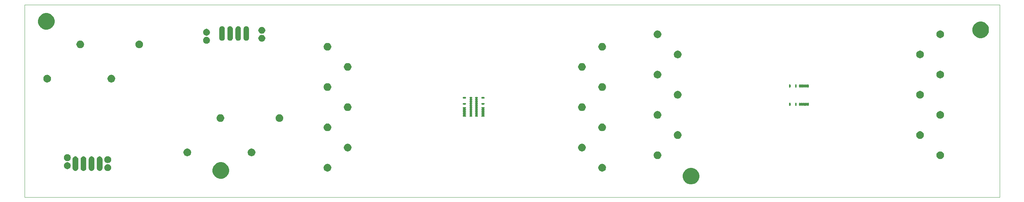
<source format=gts>
G04 #@! TF.GenerationSoftware,KiCad,Pcbnew,(5.1.2)-2*
G04 #@! TF.CreationDate,2019-07-29T12:19:19-07:00*
G04 #@! TF.ProjectId,Pixel Connector Test Board,50697865-6c20-4436-9f6e-6e6563746f72,rev?*
G04 #@! TF.SameCoordinates,Original*
G04 #@! TF.FileFunction,Soldermask,Top*
G04 #@! TF.FilePolarity,Negative*
%FSLAX46Y46*%
G04 Gerber Fmt 4.6, Leading zero omitted, Abs format (unit mm)*
G04 Created by KiCad (PCBNEW (5.1.2)-2) date 2019-07-29 12:19:19*
%MOMM*%
%LPD*%
G04 APERTURE LIST*
%ADD10C,0.050000*%
%ADD11C,0.100000*%
G04 APERTURE END LIST*
D10*
X253500000Y-59800000D02*
X227500000Y-59800000D01*
X54200000Y-59800000D02*
X227500000Y-59800000D01*
X253500000Y-12100000D02*
X253500000Y-59800000D01*
X54700000Y-12100000D02*
X253500000Y-12100000D01*
X12100000Y-36900000D02*
X12100000Y-59800000D01*
X12100000Y-12100000D02*
X54700000Y-12100000D01*
X12100000Y-59800000D02*
X54200000Y-59800000D01*
X12100000Y-12100000D02*
X12100000Y-36900000D01*
D11*
G36*
X177698254Y-52627818D02*
G01*
X178059365Y-52777395D01*
X178071513Y-52782427D01*
X178323001Y-52950466D01*
X178407436Y-53006884D01*
X178693116Y-53292564D01*
X178917574Y-53628489D01*
X179072182Y-54001746D01*
X179151000Y-54397993D01*
X179151000Y-54802007D01*
X179072182Y-55198254D01*
X178917574Y-55571511D01*
X178917573Y-55571513D01*
X178693116Y-55907436D01*
X178407436Y-56193116D01*
X178071513Y-56417573D01*
X178071512Y-56417574D01*
X178071511Y-56417574D01*
X177698254Y-56572182D01*
X177302007Y-56651000D01*
X176897993Y-56651000D01*
X176501746Y-56572182D01*
X176128489Y-56417574D01*
X176128488Y-56417574D01*
X176128487Y-56417573D01*
X175792564Y-56193116D01*
X175506884Y-55907436D01*
X175282427Y-55571513D01*
X175282426Y-55571511D01*
X175127818Y-55198254D01*
X175049000Y-54802007D01*
X175049000Y-54397993D01*
X175127818Y-54001746D01*
X175282426Y-53628489D01*
X175506884Y-53292564D01*
X175792564Y-53006884D01*
X175876999Y-52950466D01*
X176128487Y-52782427D01*
X176140635Y-52777395D01*
X176501746Y-52627818D01*
X176897993Y-52549000D01*
X177302007Y-52549000D01*
X177698254Y-52627818D01*
X177698254Y-52627818D01*
G37*
G36*
X61298254Y-51227818D02*
G01*
X61671511Y-51382426D01*
X61671513Y-51382427D01*
X62007436Y-51606884D01*
X62293116Y-51892564D01*
X62513643Y-52222605D01*
X62517574Y-52228489D01*
X62672182Y-52601746D01*
X62751000Y-52997993D01*
X62751000Y-53402007D01*
X62672182Y-53798254D01*
X62587893Y-54001745D01*
X62517573Y-54171513D01*
X62293116Y-54507436D01*
X62007436Y-54793116D01*
X61671513Y-55017573D01*
X61671512Y-55017574D01*
X61671511Y-55017574D01*
X61298254Y-55172182D01*
X60902007Y-55251000D01*
X60497993Y-55251000D01*
X60101746Y-55172182D01*
X59728489Y-55017574D01*
X59728488Y-55017574D01*
X59728487Y-55017573D01*
X59392564Y-54793116D01*
X59106884Y-54507436D01*
X58882427Y-54171513D01*
X58812107Y-54001745D01*
X58727818Y-53798254D01*
X58649000Y-53402007D01*
X58649000Y-52997993D01*
X58727818Y-52601746D01*
X58882426Y-52228489D01*
X58886358Y-52222605D01*
X59106884Y-51892564D01*
X59392564Y-51606884D01*
X59728487Y-51382427D01*
X59728489Y-51382426D01*
X60101746Y-51227818D01*
X60497993Y-51149000D01*
X60902007Y-51149000D01*
X61298254Y-51227818D01*
X61298254Y-51227818D01*
G37*
G36*
X155377395Y-51585546D02*
G01*
X155550466Y-51657234D01*
X155550467Y-51657235D01*
X155706227Y-51761310D01*
X155838690Y-51893773D01*
X155881284Y-51957520D01*
X155942766Y-52049534D01*
X156014454Y-52222605D01*
X156051000Y-52406333D01*
X156051000Y-52593667D01*
X156014454Y-52777395D01*
X155942766Y-52950466D01*
X155942765Y-52950467D01*
X155838690Y-53106227D01*
X155706227Y-53238690D01*
X155683092Y-53254148D01*
X155550466Y-53342766D01*
X155377395Y-53414454D01*
X155193667Y-53451000D01*
X155006333Y-53451000D01*
X154822605Y-53414454D01*
X154649534Y-53342766D01*
X154516908Y-53254148D01*
X154493773Y-53238690D01*
X154361310Y-53106227D01*
X154257235Y-52950467D01*
X154257234Y-52950466D01*
X154185546Y-52777395D01*
X154149000Y-52593667D01*
X154149000Y-52406333D01*
X154185546Y-52222605D01*
X154257234Y-52049534D01*
X154318716Y-51957520D01*
X154361310Y-51893773D01*
X154493773Y-51761310D01*
X154649533Y-51657235D01*
X154649534Y-51657234D01*
X154822605Y-51585546D01*
X155006333Y-51549000D01*
X155193667Y-51549000D01*
X155377395Y-51585546D01*
X155377395Y-51585546D01*
G37*
G36*
X87377395Y-51585546D02*
G01*
X87550466Y-51657234D01*
X87550467Y-51657235D01*
X87706227Y-51761310D01*
X87838690Y-51893773D01*
X87881284Y-51957520D01*
X87942766Y-52049534D01*
X88014454Y-52222605D01*
X88051000Y-52406333D01*
X88051000Y-52593667D01*
X88014454Y-52777395D01*
X87942766Y-52950466D01*
X87942765Y-52950467D01*
X87838690Y-53106227D01*
X87706227Y-53238690D01*
X87683092Y-53254148D01*
X87550466Y-53342766D01*
X87377395Y-53414454D01*
X87193667Y-53451000D01*
X87006333Y-53451000D01*
X86822605Y-53414454D01*
X86649534Y-53342766D01*
X86516908Y-53254148D01*
X86493773Y-53238690D01*
X86361310Y-53106227D01*
X86257235Y-52950467D01*
X86257234Y-52950466D01*
X86185546Y-52777395D01*
X86149000Y-52593667D01*
X86149000Y-52406333D01*
X86185546Y-52222605D01*
X86257234Y-52049534D01*
X86318716Y-51957520D01*
X86361310Y-51893773D01*
X86493773Y-51761310D01*
X86649533Y-51657235D01*
X86649534Y-51657234D01*
X86822605Y-51585546D01*
X87006333Y-51549000D01*
X87193667Y-51549000D01*
X87377395Y-51585546D01*
X87377395Y-51585546D01*
G37*
G36*
X32948228Y-51681703D02*
G01*
X33103100Y-51745853D01*
X33242481Y-51838985D01*
X33361015Y-51957519D01*
X33454147Y-52096900D01*
X33518297Y-52251772D01*
X33551000Y-52416184D01*
X33551000Y-52583816D01*
X33518297Y-52748228D01*
X33454147Y-52903100D01*
X33361015Y-53042481D01*
X33242481Y-53161015D01*
X33103100Y-53254147D01*
X32948228Y-53318297D01*
X32783816Y-53351000D01*
X32616184Y-53351000D01*
X32451772Y-53318297D01*
X32296900Y-53254147D01*
X32157519Y-53161015D01*
X32038985Y-53042481D01*
X31945853Y-52903100D01*
X31881703Y-52748228D01*
X31849000Y-52583816D01*
X31849000Y-52416184D01*
X31881703Y-52251772D01*
X31945853Y-52096900D01*
X32038985Y-51957519D01*
X32157519Y-51838985D01*
X32296900Y-51745853D01*
X32451772Y-51681703D01*
X32616184Y-51649000D01*
X32783816Y-51649000D01*
X32948228Y-51681703D01*
X32948228Y-51681703D01*
G37*
G36*
X24837420Y-49709143D02*
G01*
X24969556Y-49749227D01*
X24969558Y-49749228D01*
X25091338Y-49814320D01*
X25091340Y-49814321D01*
X25091339Y-49814321D01*
X25198080Y-49901920D01*
X25272360Y-49992430D01*
X25285680Y-50008661D01*
X25332844Y-50096900D01*
X25350773Y-50130443D01*
X25390857Y-50262579D01*
X25401000Y-50365568D01*
X25401000Y-52634432D01*
X25390857Y-52737421D01*
X25356402Y-52851000D01*
X25350772Y-52869559D01*
X25285680Y-52991339D01*
X25198080Y-53098080D01*
X25091339Y-53185680D01*
X24992163Y-53238690D01*
X24969557Y-53250773D01*
X24837421Y-53290857D01*
X24700000Y-53304391D01*
X24562580Y-53290857D01*
X24430444Y-53250773D01*
X24407838Y-53238690D01*
X24308662Y-53185680D01*
X24201921Y-53098080D01*
X24114321Y-52991339D01*
X24049229Y-52869559D01*
X24043599Y-52851000D01*
X24009144Y-52737421D01*
X23999001Y-52634432D01*
X23999000Y-50365569D01*
X24009143Y-50262580D01*
X24049227Y-50130444D01*
X24067155Y-50096903D01*
X24114320Y-50008662D01*
X24156292Y-49957519D01*
X24201920Y-49901920D01*
X24308660Y-49814321D01*
X24308659Y-49814321D01*
X24308661Y-49814320D01*
X24430441Y-49749228D01*
X24430443Y-49749227D01*
X24562579Y-49709143D01*
X24700000Y-49695609D01*
X24837420Y-49709143D01*
X24837420Y-49709143D01*
G37*
G36*
X26837420Y-49709143D02*
G01*
X26969556Y-49749227D01*
X26969558Y-49749228D01*
X27091338Y-49814320D01*
X27091340Y-49814321D01*
X27091339Y-49814321D01*
X27198080Y-49901920D01*
X27272360Y-49992430D01*
X27285680Y-50008661D01*
X27332844Y-50096900D01*
X27350773Y-50130443D01*
X27390857Y-50262579D01*
X27401000Y-50365568D01*
X27401000Y-52634432D01*
X27390857Y-52737421D01*
X27356402Y-52851000D01*
X27350772Y-52869559D01*
X27285680Y-52991339D01*
X27198080Y-53098080D01*
X27091339Y-53185680D01*
X26992163Y-53238690D01*
X26969557Y-53250773D01*
X26837421Y-53290857D01*
X26700000Y-53304391D01*
X26562580Y-53290857D01*
X26430444Y-53250773D01*
X26407838Y-53238690D01*
X26308662Y-53185680D01*
X26201921Y-53098080D01*
X26114321Y-52991339D01*
X26049229Y-52869559D01*
X26043599Y-52851000D01*
X26009144Y-52737421D01*
X25999001Y-52634432D01*
X25999000Y-50365569D01*
X26009143Y-50262580D01*
X26049227Y-50130444D01*
X26067155Y-50096903D01*
X26114320Y-50008662D01*
X26156292Y-49957519D01*
X26201920Y-49901920D01*
X26308660Y-49814321D01*
X26308659Y-49814321D01*
X26308661Y-49814320D01*
X26430441Y-49749228D01*
X26430443Y-49749227D01*
X26562579Y-49709143D01*
X26700000Y-49695609D01*
X26837420Y-49709143D01*
X26837420Y-49709143D01*
G37*
G36*
X28837420Y-49709143D02*
G01*
X28969556Y-49749227D01*
X28969558Y-49749228D01*
X29091338Y-49814320D01*
X29091340Y-49814321D01*
X29091339Y-49814321D01*
X29198080Y-49901920D01*
X29272360Y-49992430D01*
X29285680Y-50008661D01*
X29332844Y-50096900D01*
X29350773Y-50130443D01*
X29390857Y-50262579D01*
X29401000Y-50365568D01*
X29401000Y-52634432D01*
X29390857Y-52737421D01*
X29356402Y-52851000D01*
X29350772Y-52869559D01*
X29285680Y-52991339D01*
X29198080Y-53098080D01*
X29091339Y-53185680D01*
X28992163Y-53238690D01*
X28969557Y-53250773D01*
X28837421Y-53290857D01*
X28700000Y-53304391D01*
X28562580Y-53290857D01*
X28430444Y-53250773D01*
X28407838Y-53238690D01*
X28308662Y-53185680D01*
X28201921Y-53098080D01*
X28114321Y-52991339D01*
X28049229Y-52869559D01*
X28043599Y-52851000D01*
X28009144Y-52737421D01*
X27999001Y-52634432D01*
X27999000Y-50365569D01*
X28009143Y-50262580D01*
X28049227Y-50130444D01*
X28067155Y-50096903D01*
X28114320Y-50008662D01*
X28156292Y-49957519D01*
X28201920Y-49901920D01*
X28308660Y-49814321D01*
X28308659Y-49814321D01*
X28308661Y-49814320D01*
X28430441Y-49749228D01*
X28430443Y-49749227D01*
X28562579Y-49709143D01*
X28700000Y-49695609D01*
X28837420Y-49709143D01*
X28837420Y-49709143D01*
G37*
G36*
X30837420Y-49709143D02*
G01*
X30969556Y-49749227D01*
X30969558Y-49749228D01*
X31091338Y-49814320D01*
X31091340Y-49814321D01*
X31091339Y-49814321D01*
X31198080Y-49901920D01*
X31272360Y-49992430D01*
X31285680Y-50008661D01*
X31332844Y-50096900D01*
X31350773Y-50130443D01*
X31390857Y-50262579D01*
X31401000Y-50365568D01*
X31401000Y-52634432D01*
X31390857Y-52737421D01*
X31356402Y-52851000D01*
X31350772Y-52869559D01*
X31285680Y-52991339D01*
X31198080Y-53098080D01*
X31091339Y-53185680D01*
X30992163Y-53238690D01*
X30969557Y-53250773D01*
X30837421Y-53290857D01*
X30700000Y-53304391D01*
X30562580Y-53290857D01*
X30430444Y-53250773D01*
X30407838Y-53238690D01*
X30308662Y-53185680D01*
X30201921Y-53098080D01*
X30114321Y-52991339D01*
X30049229Y-52869559D01*
X30043599Y-52851000D01*
X30009144Y-52737421D01*
X29999001Y-52634432D01*
X29999000Y-50365569D01*
X30009143Y-50262580D01*
X30049227Y-50130444D01*
X30067155Y-50096903D01*
X30114320Y-50008662D01*
X30156292Y-49957519D01*
X30201920Y-49901920D01*
X30308660Y-49814321D01*
X30308659Y-49814321D01*
X30308661Y-49814320D01*
X30430441Y-49749228D01*
X30430443Y-49749227D01*
X30562579Y-49709143D01*
X30700000Y-49695609D01*
X30837420Y-49709143D01*
X30837420Y-49709143D01*
G37*
G36*
X22948228Y-51181703D02*
G01*
X23103100Y-51245853D01*
X23242481Y-51338985D01*
X23361015Y-51457519D01*
X23454147Y-51596900D01*
X23518297Y-51751772D01*
X23551000Y-51916184D01*
X23551000Y-52083816D01*
X23518297Y-52248228D01*
X23454147Y-52403100D01*
X23361015Y-52542481D01*
X23242481Y-52661015D01*
X23103100Y-52754147D01*
X22948228Y-52818297D01*
X22783816Y-52851000D01*
X22616184Y-52851000D01*
X22451772Y-52818297D01*
X22296900Y-52754147D01*
X22157519Y-52661015D01*
X22038985Y-52542481D01*
X21945853Y-52403100D01*
X21881703Y-52248228D01*
X21849000Y-52083816D01*
X21849000Y-51916184D01*
X21881703Y-51751772D01*
X21945853Y-51596900D01*
X22038985Y-51457519D01*
X22157519Y-51338985D01*
X22296900Y-51245853D01*
X22451772Y-51181703D01*
X22616184Y-51149000D01*
X22783816Y-51149000D01*
X22948228Y-51181703D01*
X22948228Y-51181703D01*
G37*
G36*
X32948228Y-49681703D02*
G01*
X33103100Y-49745853D01*
X33242481Y-49838985D01*
X33361015Y-49957519D01*
X33454147Y-50096900D01*
X33518297Y-50251772D01*
X33551000Y-50416184D01*
X33551000Y-50583816D01*
X33518297Y-50748228D01*
X33454147Y-50903100D01*
X33361015Y-51042481D01*
X33242481Y-51161015D01*
X33103100Y-51254147D01*
X32948228Y-51318297D01*
X32783816Y-51351000D01*
X32616184Y-51351000D01*
X32451772Y-51318297D01*
X32296900Y-51254147D01*
X32157519Y-51161015D01*
X32038985Y-51042481D01*
X31945853Y-50903100D01*
X31881703Y-50748228D01*
X31849000Y-50583816D01*
X31849000Y-50416184D01*
X31881703Y-50251772D01*
X31945853Y-50096900D01*
X32038985Y-49957519D01*
X32157519Y-49838985D01*
X32296900Y-49745853D01*
X32451772Y-49681703D01*
X32616184Y-49649000D01*
X32783816Y-49649000D01*
X32948228Y-49681703D01*
X32948228Y-49681703D01*
G37*
G36*
X22948228Y-49181703D02*
G01*
X23103100Y-49245853D01*
X23242481Y-49338985D01*
X23361015Y-49457519D01*
X23454147Y-49596900D01*
X23518297Y-49751772D01*
X23551000Y-49916184D01*
X23551000Y-50083816D01*
X23518297Y-50248228D01*
X23454147Y-50403100D01*
X23361015Y-50542481D01*
X23242481Y-50661015D01*
X23103100Y-50754147D01*
X22948228Y-50818297D01*
X22783816Y-50851000D01*
X22616184Y-50851000D01*
X22451772Y-50818297D01*
X22296900Y-50754147D01*
X22157519Y-50661015D01*
X22038985Y-50542481D01*
X21945853Y-50403100D01*
X21881703Y-50248228D01*
X21849000Y-50083816D01*
X21849000Y-49916184D01*
X21881703Y-49751772D01*
X21945853Y-49596900D01*
X22038985Y-49457519D01*
X22157519Y-49338985D01*
X22296900Y-49245853D01*
X22451772Y-49181703D01*
X22616184Y-49149000D01*
X22783816Y-49149000D01*
X22948228Y-49181703D01*
X22948228Y-49181703D01*
G37*
G36*
X239077395Y-48485546D02*
G01*
X239250466Y-48557234D01*
X239250467Y-48557235D01*
X239406227Y-48661310D01*
X239538690Y-48793773D01*
X239538691Y-48793775D01*
X239642766Y-48949534D01*
X239714454Y-49122605D01*
X239751000Y-49306333D01*
X239751000Y-49493667D01*
X239714454Y-49677395D01*
X239642766Y-49850466D01*
X239642765Y-49850467D01*
X239538690Y-50006227D01*
X239406227Y-50138690D01*
X239327818Y-50191081D01*
X239250466Y-50242766D01*
X239077395Y-50314454D01*
X238893667Y-50351000D01*
X238706333Y-50351000D01*
X238522605Y-50314454D01*
X238349534Y-50242766D01*
X238272182Y-50191081D01*
X238193773Y-50138690D01*
X238061310Y-50006227D01*
X237957235Y-49850467D01*
X237957234Y-49850466D01*
X237885546Y-49677395D01*
X237849000Y-49493667D01*
X237849000Y-49306333D01*
X237885546Y-49122605D01*
X237957234Y-48949534D01*
X238061309Y-48793775D01*
X238061310Y-48793773D01*
X238193773Y-48661310D01*
X238349533Y-48557235D01*
X238349534Y-48557234D01*
X238522605Y-48485546D01*
X238706333Y-48449000D01*
X238893667Y-48449000D01*
X239077395Y-48485546D01*
X239077395Y-48485546D01*
G37*
G36*
X169077395Y-48485546D02*
G01*
X169250466Y-48557234D01*
X169250467Y-48557235D01*
X169406227Y-48661310D01*
X169538690Y-48793773D01*
X169538691Y-48793775D01*
X169642766Y-48949534D01*
X169714454Y-49122605D01*
X169751000Y-49306333D01*
X169751000Y-49493667D01*
X169714454Y-49677395D01*
X169642766Y-49850466D01*
X169642765Y-49850467D01*
X169538690Y-50006227D01*
X169406227Y-50138690D01*
X169327818Y-50191081D01*
X169250466Y-50242766D01*
X169077395Y-50314454D01*
X168893667Y-50351000D01*
X168706333Y-50351000D01*
X168522605Y-50314454D01*
X168349534Y-50242766D01*
X168272182Y-50191081D01*
X168193773Y-50138690D01*
X168061310Y-50006227D01*
X167957235Y-49850467D01*
X167957234Y-49850466D01*
X167885546Y-49677395D01*
X167849000Y-49493667D01*
X167849000Y-49306333D01*
X167885546Y-49122605D01*
X167957234Y-48949534D01*
X168061309Y-48793775D01*
X168061310Y-48793773D01*
X168193773Y-48661310D01*
X168349533Y-48557235D01*
X168349534Y-48557234D01*
X168522605Y-48485546D01*
X168706333Y-48449000D01*
X168893667Y-48449000D01*
X169077395Y-48485546D01*
X169077395Y-48485546D01*
G37*
G36*
X52677395Y-47785546D02*
G01*
X52850466Y-47857234D01*
X52850467Y-47857235D01*
X53006227Y-47961310D01*
X53138690Y-48093773D01*
X53138691Y-48093775D01*
X53242766Y-48249534D01*
X53314454Y-48422605D01*
X53351000Y-48606333D01*
X53351000Y-48793667D01*
X53314454Y-48977395D01*
X53242766Y-49150466D01*
X53242765Y-49150467D01*
X53138690Y-49306227D01*
X53006227Y-49438690D01*
X52927818Y-49491081D01*
X52850466Y-49542766D01*
X52677395Y-49614454D01*
X52493667Y-49651000D01*
X52306333Y-49651000D01*
X52122605Y-49614454D01*
X51949534Y-49542766D01*
X51872182Y-49491081D01*
X51793773Y-49438690D01*
X51661310Y-49306227D01*
X51557235Y-49150467D01*
X51557234Y-49150466D01*
X51485546Y-48977395D01*
X51449000Y-48793667D01*
X51449000Y-48606333D01*
X51485546Y-48422605D01*
X51557234Y-48249534D01*
X51661309Y-48093775D01*
X51661310Y-48093773D01*
X51793773Y-47961310D01*
X51949533Y-47857235D01*
X51949534Y-47857234D01*
X52122605Y-47785546D01*
X52306333Y-47749000D01*
X52493667Y-47749000D01*
X52677395Y-47785546D01*
X52677395Y-47785546D01*
G37*
G36*
X68577395Y-47785546D02*
G01*
X68750466Y-47857234D01*
X68750467Y-47857235D01*
X68906227Y-47961310D01*
X69038690Y-48093773D01*
X69038691Y-48093775D01*
X69142766Y-48249534D01*
X69214454Y-48422605D01*
X69251000Y-48606333D01*
X69251000Y-48793667D01*
X69214454Y-48977395D01*
X69142766Y-49150466D01*
X69142765Y-49150467D01*
X69038690Y-49306227D01*
X68906227Y-49438690D01*
X68827818Y-49491081D01*
X68750466Y-49542766D01*
X68577395Y-49614454D01*
X68393667Y-49651000D01*
X68206333Y-49651000D01*
X68022605Y-49614454D01*
X67849534Y-49542766D01*
X67772182Y-49491081D01*
X67693773Y-49438690D01*
X67561310Y-49306227D01*
X67457235Y-49150467D01*
X67457234Y-49150466D01*
X67385546Y-48977395D01*
X67349000Y-48793667D01*
X67349000Y-48606333D01*
X67385546Y-48422605D01*
X67457234Y-48249534D01*
X67561309Y-48093775D01*
X67561310Y-48093773D01*
X67693773Y-47961310D01*
X67849533Y-47857235D01*
X67849534Y-47857234D01*
X68022605Y-47785546D01*
X68206333Y-47749000D01*
X68393667Y-47749000D01*
X68577395Y-47785546D01*
X68577395Y-47785546D01*
G37*
G36*
X150377395Y-46585546D02*
G01*
X150550466Y-46657234D01*
X150550467Y-46657235D01*
X150706227Y-46761310D01*
X150838690Y-46893773D01*
X150838691Y-46893775D01*
X150942766Y-47049534D01*
X151014454Y-47222605D01*
X151051000Y-47406333D01*
X151051000Y-47593667D01*
X151014454Y-47777395D01*
X150942766Y-47950466D01*
X150942765Y-47950467D01*
X150838690Y-48106227D01*
X150706227Y-48238690D01*
X150627818Y-48291081D01*
X150550466Y-48342766D01*
X150377395Y-48414454D01*
X150193667Y-48451000D01*
X150006333Y-48451000D01*
X149822605Y-48414454D01*
X149649534Y-48342766D01*
X149572182Y-48291081D01*
X149493773Y-48238690D01*
X149361310Y-48106227D01*
X149257235Y-47950467D01*
X149257234Y-47950466D01*
X149185546Y-47777395D01*
X149149000Y-47593667D01*
X149149000Y-47406333D01*
X149185546Y-47222605D01*
X149257234Y-47049534D01*
X149361309Y-46893775D01*
X149361310Y-46893773D01*
X149493773Y-46761310D01*
X149649533Y-46657235D01*
X149649534Y-46657234D01*
X149822605Y-46585546D01*
X150006333Y-46549000D01*
X150193667Y-46549000D01*
X150377395Y-46585546D01*
X150377395Y-46585546D01*
G37*
G36*
X92377395Y-46585546D02*
G01*
X92550466Y-46657234D01*
X92550467Y-46657235D01*
X92706227Y-46761310D01*
X92838690Y-46893773D01*
X92838691Y-46893775D01*
X92942766Y-47049534D01*
X93014454Y-47222605D01*
X93051000Y-47406333D01*
X93051000Y-47593667D01*
X93014454Y-47777395D01*
X92942766Y-47950466D01*
X92942765Y-47950467D01*
X92838690Y-48106227D01*
X92706227Y-48238690D01*
X92627818Y-48291081D01*
X92550466Y-48342766D01*
X92377395Y-48414454D01*
X92193667Y-48451000D01*
X92006333Y-48451000D01*
X91822605Y-48414454D01*
X91649534Y-48342766D01*
X91572182Y-48291081D01*
X91493773Y-48238690D01*
X91361310Y-48106227D01*
X91257235Y-47950467D01*
X91257234Y-47950466D01*
X91185546Y-47777395D01*
X91149000Y-47593667D01*
X91149000Y-47406333D01*
X91185546Y-47222605D01*
X91257234Y-47049534D01*
X91361309Y-46893775D01*
X91361310Y-46893773D01*
X91493773Y-46761310D01*
X91649533Y-46657235D01*
X91649534Y-46657234D01*
X91822605Y-46585546D01*
X92006333Y-46549000D01*
X92193667Y-46549000D01*
X92377395Y-46585546D01*
X92377395Y-46585546D01*
G37*
G36*
X234077395Y-43485546D02*
G01*
X234250466Y-43557234D01*
X234250467Y-43557235D01*
X234406227Y-43661310D01*
X234538690Y-43793773D01*
X234538691Y-43793775D01*
X234642766Y-43949534D01*
X234714454Y-44122605D01*
X234751000Y-44306333D01*
X234751000Y-44493667D01*
X234714454Y-44677395D01*
X234642766Y-44850466D01*
X234642765Y-44850467D01*
X234538690Y-45006227D01*
X234406227Y-45138690D01*
X234327818Y-45191081D01*
X234250466Y-45242766D01*
X234077395Y-45314454D01*
X233893667Y-45351000D01*
X233706333Y-45351000D01*
X233522605Y-45314454D01*
X233349534Y-45242766D01*
X233272182Y-45191081D01*
X233193773Y-45138690D01*
X233061310Y-45006227D01*
X232957235Y-44850467D01*
X232957234Y-44850466D01*
X232885546Y-44677395D01*
X232849000Y-44493667D01*
X232849000Y-44306333D01*
X232885546Y-44122605D01*
X232957234Y-43949534D01*
X233061309Y-43793775D01*
X233061310Y-43793773D01*
X233193773Y-43661310D01*
X233349533Y-43557235D01*
X233349534Y-43557234D01*
X233522605Y-43485546D01*
X233706333Y-43449000D01*
X233893667Y-43449000D01*
X234077395Y-43485546D01*
X234077395Y-43485546D01*
G37*
G36*
X174077395Y-43485546D02*
G01*
X174250466Y-43557234D01*
X174250467Y-43557235D01*
X174406227Y-43661310D01*
X174538690Y-43793773D01*
X174538691Y-43793775D01*
X174642766Y-43949534D01*
X174714454Y-44122605D01*
X174751000Y-44306333D01*
X174751000Y-44493667D01*
X174714454Y-44677395D01*
X174642766Y-44850466D01*
X174642765Y-44850467D01*
X174538690Y-45006227D01*
X174406227Y-45138690D01*
X174327818Y-45191081D01*
X174250466Y-45242766D01*
X174077395Y-45314454D01*
X173893667Y-45351000D01*
X173706333Y-45351000D01*
X173522605Y-45314454D01*
X173349534Y-45242766D01*
X173272182Y-45191081D01*
X173193773Y-45138690D01*
X173061310Y-45006227D01*
X172957235Y-44850467D01*
X172957234Y-44850466D01*
X172885546Y-44677395D01*
X172849000Y-44493667D01*
X172849000Y-44306333D01*
X172885546Y-44122605D01*
X172957234Y-43949534D01*
X173061309Y-43793775D01*
X173061310Y-43793773D01*
X173193773Y-43661310D01*
X173349533Y-43557235D01*
X173349534Y-43557234D01*
X173522605Y-43485546D01*
X173706333Y-43449000D01*
X173893667Y-43449000D01*
X174077395Y-43485546D01*
X174077395Y-43485546D01*
G37*
G36*
X155377395Y-41585546D02*
G01*
X155550466Y-41657234D01*
X155550467Y-41657235D01*
X155706227Y-41761310D01*
X155838690Y-41893773D01*
X155838691Y-41893775D01*
X155942766Y-42049534D01*
X156014454Y-42222605D01*
X156051000Y-42406333D01*
X156051000Y-42593667D01*
X156014454Y-42777395D01*
X155942766Y-42950466D01*
X155942765Y-42950467D01*
X155838690Y-43106227D01*
X155706227Y-43238690D01*
X155627818Y-43291081D01*
X155550466Y-43342766D01*
X155377395Y-43414454D01*
X155193667Y-43451000D01*
X155006333Y-43451000D01*
X154822605Y-43414454D01*
X154649534Y-43342766D01*
X154572182Y-43291081D01*
X154493773Y-43238690D01*
X154361310Y-43106227D01*
X154257235Y-42950467D01*
X154257234Y-42950466D01*
X154185546Y-42777395D01*
X154149000Y-42593667D01*
X154149000Y-42406333D01*
X154185546Y-42222605D01*
X154257234Y-42049534D01*
X154361309Y-41893775D01*
X154361310Y-41893773D01*
X154493773Y-41761310D01*
X154649533Y-41657235D01*
X154649534Y-41657234D01*
X154822605Y-41585546D01*
X155006333Y-41549000D01*
X155193667Y-41549000D01*
X155377395Y-41585546D01*
X155377395Y-41585546D01*
G37*
G36*
X87377395Y-41585546D02*
G01*
X87550466Y-41657234D01*
X87550467Y-41657235D01*
X87706227Y-41761310D01*
X87838690Y-41893773D01*
X87838691Y-41893775D01*
X87942766Y-42049534D01*
X88014454Y-42222605D01*
X88051000Y-42406333D01*
X88051000Y-42593667D01*
X88014454Y-42777395D01*
X87942766Y-42950466D01*
X87942765Y-42950467D01*
X87838690Y-43106227D01*
X87706227Y-43238690D01*
X87627818Y-43291081D01*
X87550466Y-43342766D01*
X87377395Y-43414454D01*
X87193667Y-43451000D01*
X87006333Y-43451000D01*
X86822605Y-43414454D01*
X86649534Y-43342766D01*
X86572182Y-43291081D01*
X86493773Y-43238690D01*
X86361310Y-43106227D01*
X86257235Y-42950467D01*
X86257234Y-42950466D01*
X86185546Y-42777395D01*
X86149000Y-42593667D01*
X86149000Y-42406333D01*
X86185546Y-42222605D01*
X86257234Y-42049534D01*
X86361309Y-41893775D01*
X86361310Y-41893773D01*
X86493773Y-41761310D01*
X86649533Y-41657235D01*
X86649534Y-41657234D01*
X86822605Y-41585546D01*
X87006333Y-41549000D01*
X87193667Y-41549000D01*
X87377395Y-41585546D01*
X87377395Y-41585546D01*
G37*
G36*
X60877395Y-39285546D02*
G01*
X61050466Y-39357234D01*
X61050467Y-39357235D01*
X61206227Y-39461310D01*
X61338690Y-39593773D01*
X61376259Y-39650000D01*
X61442766Y-39749534D01*
X61514454Y-39922605D01*
X61551000Y-40106333D01*
X61551000Y-40293667D01*
X61514454Y-40477395D01*
X61442766Y-40650466D01*
X61442765Y-40650467D01*
X61338690Y-40806227D01*
X61206227Y-40938690D01*
X61127818Y-40991081D01*
X61050466Y-41042766D01*
X60877395Y-41114454D01*
X60693667Y-41151000D01*
X60506333Y-41151000D01*
X60322605Y-41114454D01*
X60149534Y-41042766D01*
X60072182Y-40991081D01*
X59993773Y-40938690D01*
X59861310Y-40806227D01*
X59757235Y-40650467D01*
X59757234Y-40650466D01*
X59685546Y-40477395D01*
X59649000Y-40293667D01*
X59649000Y-40106333D01*
X59685546Y-39922605D01*
X59757234Y-39749534D01*
X59823741Y-39650000D01*
X59861310Y-39593773D01*
X59993773Y-39461310D01*
X60149533Y-39357235D01*
X60149534Y-39357234D01*
X60322605Y-39285546D01*
X60506333Y-39249000D01*
X60693667Y-39249000D01*
X60877395Y-39285546D01*
X60877395Y-39285546D01*
G37*
G36*
X75477395Y-39285546D02*
G01*
X75650466Y-39357234D01*
X75650467Y-39357235D01*
X75806227Y-39461310D01*
X75938690Y-39593773D01*
X75976259Y-39650000D01*
X76042766Y-39749534D01*
X76114454Y-39922605D01*
X76151000Y-40106333D01*
X76151000Y-40293667D01*
X76114454Y-40477395D01*
X76042766Y-40650466D01*
X76042765Y-40650467D01*
X75938690Y-40806227D01*
X75806227Y-40938690D01*
X75727818Y-40991081D01*
X75650466Y-41042766D01*
X75477395Y-41114454D01*
X75293667Y-41151000D01*
X75106333Y-41151000D01*
X74922605Y-41114454D01*
X74749534Y-41042766D01*
X74672182Y-40991081D01*
X74593773Y-40938690D01*
X74461310Y-40806227D01*
X74357235Y-40650467D01*
X74357234Y-40650466D01*
X74285546Y-40477395D01*
X74249000Y-40293667D01*
X74249000Y-40106333D01*
X74285546Y-39922605D01*
X74357234Y-39749534D01*
X74423741Y-39650000D01*
X74461310Y-39593773D01*
X74593773Y-39461310D01*
X74749533Y-39357235D01*
X74749534Y-39357234D01*
X74922605Y-39285546D01*
X75106333Y-39249000D01*
X75293667Y-39249000D01*
X75477395Y-39285546D01*
X75477395Y-39285546D01*
G37*
G36*
X239077395Y-38485546D02*
G01*
X239250466Y-38557234D01*
X239250467Y-38557235D01*
X239406227Y-38661310D01*
X239538690Y-38793773D01*
X239570296Y-38841075D01*
X239642766Y-38949534D01*
X239714454Y-39122605D01*
X239751000Y-39306333D01*
X239751000Y-39493667D01*
X239714454Y-39677395D01*
X239642766Y-39850466D01*
X239642765Y-39850467D01*
X239538690Y-40006227D01*
X239406227Y-40138690D01*
X239327818Y-40191081D01*
X239250466Y-40242766D01*
X239077395Y-40314454D01*
X238893667Y-40351000D01*
X238706333Y-40351000D01*
X238522605Y-40314454D01*
X238349534Y-40242766D01*
X238272182Y-40191081D01*
X238193773Y-40138690D01*
X238061310Y-40006227D01*
X237957235Y-39850467D01*
X237957234Y-39850466D01*
X237885546Y-39677395D01*
X237849000Y-39493667D01*
X237849000Y-39306333D01*
X237885546Y-39122605D01*
X237957234Y-38949534D01*
X238029704Y-38841075D01*
X238061310Y-38793773D01*
X238193773Y-38661310D01*
X238349533Y-38557235D01*
X238349534Y-38557234D01*
X238522605Y-38485546D01*
X238706333Y-38449000D01*
X238893667Y-38449000D01*
X239077395Y-38485546D01*
X239077395Y-38485546D01*
G37*
G36*
X169077395Y-38485546D02*
G01*
X169250466Y-38557234D01*
X169250467Y-38557235D01*
X169406227Y-38661310D01*
X169538690Y-38793773D01*
X169570296Y-38841075D01*
X169642766Y-38949534D01*
X169714454Y-39122605D01*
X169751000Y-39306333D01*
X169751000Y-39493667D01*
X169714454Y-39677395D01*
X169642766Y-39850466D01*
X169642765Y-39850467D01*
X169538690Y-40006227D01*
X169406227Y-40138690D01*
X169327818Y-40191081D01*
X169250466Y-40242766D01*
X169077395Y-40314454D01*
X168893667Y-40351000D01*
X168706333Y-40351000D01*
X168522605Y-40314454D01*
X168349534Y-40242766D01*
X168272182Y-40191081D01*
X168193773Y-40138690D01*
X168061310Y-40006227D01*
X167957235Y-39850467D01*
X167957234Y-39850466D01*
X167885546Y-39677395D01*
X167849000Y-39493667D01*
X167849000Y-39306333D01*
X167885546Y-39122605D01*
X167957234Y-38949534D01*
X168029704Y-38841075D01*
X168061310Y-38793773D01*
X168193773Y-38661310D01*
X168349533Y-38557235D01*
X168349534Y-38557234D01*
X168522605Y-38485546D01*
X168706333Y-38449000D01*
X168893667Y-38449000D01*
X169077395Y-38485546D01*
X169077395Y-38485546D01*
G37*
G36*
X121239401Y-37451908D02*
G01*
X121258347Y-37457656D01*
X121277291Y-37463402D01*
X121312210Y-37482066D01*
X121342816Y-37507184D01*
X121367934Y-37537790D01*
X121385466Y-37570590D01*
X121386597Y-37572707D01*
X121398092Y-37610599D01*
X121401972Y-37650000D01*
X121398092Y-37689401D01*
X121398091Y-37689403D01*
X121386598Y-37727291D01*
X121367934Y-37762210D01*
X121342816Y-37792816D01*
X121329945Y-37803379D01*
X121312623Y-37820701D01*
X121299009Y-37841075D01*
X121289632Y-37863714D01*
X121284851Y-37887747D01*
X121284851Y-37912251D01*
X121289631Y-37936284D01*
X121299008Y-37958923D01*
X121312622Y-37979298D01*
X121329945Y-37996621D01*
X121342816Y-38007184D01*
X121367934Y-38037790D01*
X121385466Y-38070590D01*
X121386597Y-38072707D01*
X121398092Y-38110599D01*
X121401972Y-38150000D01*
X121398092Y-38189401D01*
X121398091Y-38189403D01*
X121386598Y-38227291D01*
X121367934Y-38262210D01*
X121342816Y-38292816D01*
X121329945Y-38303379D01*
X121312623Y-38320701D01*
X121299009Y-38341075D01*
X121289632Y-38363714D01*
X121284851Y-38387747D01*
X121284851Y-38412251D01*
X121289631Y-38436284D01*
X121299008Y-38458923D01*
X121312622Y-38479298D01*
X121329945Y-38496621D01*
X121342816Y-38507184D01*
X121367934Y-38537790D01*
X121378327Y-38557235D01*
X121386597Y-38572707D01*
X121398092Y-38610599D01*
X121401972Y-38650000D01*
X121398092Y-38689401D01*
X121398091Y-38689403D01*
X121386598Y-38727291D01*
X121367934Y-38762210D01*
X121342816Y-38792816D01*
X121329945Y-38803379D01*
X121312623Y-38820701D01*
X121299009Y-38841075D01*
X121289632Y-38863714D01*
X121284851Y-38887747D01*
X121284851Y-38912251D01*
X121289631Y-38936284D01*
X121299008Y-38958923D01*
X121312622Y-38979298D01*
X121329945Y-38996621D01*
X121342816Y-39007184D01*
X121367934Y-39037790D01*
X121385466Y-39070590D01*
X121386597Y-39072707D01*
X121398092Y-39110599D01*
X121401972Y-39150000D01*
X121398092Y-39189401D01*
X121398091Y-39189403D01*
X121386598Y-39227291D01*
X121367934Y-39262210D01*
X121342816Y-39292816D01*
X121329945Y-39303379D01*
X121312623Y-39320701D01*
X121299009Y-39341075D01*
X121289632Y-39363714D01*
X121284851Y-39387747D01*
X121284851Y-39412251D01*
X121289631Y-39436284D01*
X121299008Y-39458923D01*
X121312622Y-39479298D01*
X121329945Y-39496621D01*
X121342816Y-39507184D01*
X121367934Y-39537790D01*
X121385466Y-39570590D01*
X121386597Y-39572707D01*
X121398092Y-39610599D01*
X121401972Y-39650000D01*
X121398092Y-39689401D01*
X121398091Y-39689403D01*
X121386598Y-39727291D01*
X121367934Y-39762210D01*
X121342816Y-39792816D01*
X121312210Y-39817934D01*
X121277291Y-39836598D01*
X121258347Y-39842344D01*
X121239401Y-39848092D01*
X121209874Y-39851000D01*
X120790126Y-39851000D01*
X120760599Y-39848092D01*
X120741653Y-39842345D01*
X120722709Y-39836598D01*
X120687790Y-39817934D01*
X120657184Y-39792816D01*
X120632066Y-39762210D01*
X120613402Y-39727291D01*
X120601909Y-39689403D01*
X120601908Y-39689401D01*
X120598028Y-39650000D01*
X120601908Y-39610599D01*
X120613403Y-39572707D01*
X120614534Y-39570590D01*
X120632066Y-39537790D01*
X120657184Y-39507184D01*
X120670055Y-39496621D01*
X120687377Y-39479299D01*
X120700991Y-39458925D01*
X120710368Y-39436286D01*
X120715149Y-39412253D01*
X120715149Y-39387749D01*
X120710369Y-39363716D01*
X120700992Y-39341077D01*
X120687378Y-39320702D01*
X120670055Y-39303379D01*
X120657184Y-39292816D01*
X120632066Y-39262210D01*
X120613402Y-39227291D01*
X120601909Y-39189403D01*
X120601908Y-39189401D01*
X120598028Y-39150000D01*
X120601908Y-39110599D01*
X120613403Y-39072707D01*
X120614534Y-39070590D01*
X120632066Y-39037790D01*
X120657184Y-39007184D01*
X120670055Y-38996621D01*
X120687377Y-38979299D01*
X120700991Y-38958925D01*
X120710368Y-38936286D01*
X120715149Y-38912253D01*
X120715149Y-38887749D01*
X120710369Y-38863716D01*
X120700992Y-38841077D01*
X120687378Y-38820702D01*
X120670055Y-38803379D01*
X120657184Y-38792816D01*
X120632066Y-38762210D01*
X120613402Y-38727291D01*
X120601909Y-38689403D01*
X120601908Y-38689401D01*
X120598028Y-38650000D01*
X120601908Y-38610599D01*
X120613403Y-38572707D01*
X120621673Y-38557235D01*
X120632066Y-38537790D01*
X120657184Y-38507184D01*
X120670055Y-38496621D01*
X120687377Y-38479299D01*
X120700991Y-38458925D01*
X120710368Y-38436286D01*
X120715149Y-38412253D01*
X120715149Y-38387749D01*
X120710369Y-38363716D01*
X120700992Y-38341077D01*
X120687378Y-38320702D01*
X120670055Y-38303379D01*
X120657184Y-38292816D01*
X120632066Y-38262210D01*
X120613402Y-38227291D01*
X120601909Y-38189403D01*
X120601908Y-38189401D01*
X120598028Y-38150000D01*
X120601908Y-38110599D01*
X120613403Y-38072707D01*
X120614534Y-38070590D01*
X120632066Y-38037790D01*
X120657184Y-38007184D01*
X120670055Y-37996621D01*
X120687377Y-37979299D01*
X120700991Y-37958925D01*
X120710368Y-37936286D01*
X120715149Y-37912253D01*
X120715149Y-37887749D01*
X120710369Y-37863716D01*
X120700992Y-37841077D01*
X120687378Y-37820702D01*
X120670055Y-37803379D01*
X120657184Y-37792816D01*
X120632066Y-37762210D01*
X120613402Y-37727291D01*
X120601909Y-37689403D01*
X120601908Y-37689401D01*
X120598028Y-37650000D01*
X120601908Y-37610599D01*
X120613403Y-37572707D01*
X120614534Y-37570590D01*
X120632066Y-37537790D01*
X120657184Y-37507184D01*
X120687790Y-37482066D01*
X120722709Y-37463402D01*
X120741653Y-37457656D01*
X120760599Y-37451908D01*
X120790126Y-37449000D01*
X121209874Y-37449000D01*
X121239401Y-37451908D01*
X121239401Y-37451908D01*
G37*
G36*
X124189401Y-34951908D02*
G01*
X124208347Y-34957655D01*
X124227291Y-34963402D01*
X124262210Y-34982066D01*
X124292816Y-35007184D01*
X124317934Y-35037790D01*
X124335466Y-35070590D01*
X124336597Y-35072707D01*
X124348092Y-35110599D01*
X124351972Y-35150000D01*
X124348092Y-35189401D01*
X124348091Y-35189403D01*
X124336598Y-35227291D01*
X124317934Y-35262210D01*
X124292816Y-35292816D01*
X124279945Y-35303379D01*
X124262623Y-35320701D01*
X124249009Y-35341075D01*
X124239632Y-35363714D01*
X124234851Y-35387747D01*
X124234851Y-35412251D01*
X124239631Y-35436284D01*
X124249008Y-35458923D01*
X124262622Y-35479298D01*
X124279945Y-35496621D01*
X124292816Y-35507184D01*
X124317934Y-35537790D01*
X124335466Y-35570590D01*
X124336597Y-35572707D01*
X124348092Y-35610599D01*
X124351972Y-35650000D01*
X124348092Y-35689401D01*
X124348091Y-35689403D01*
X124336598Y-35727291D01*
X124317934Y-35762210D01*
X124292816Y-35792816D01*
X124279945Y-35803379D01*
X124262623Y-35820701D01*
X124249009Y-35841075D01*
X124239632Y-35863714D01*
X124234851Y-35887747D01*
X124234851Y-35912251D01*
X124239631Y-35936284D01*
X124249008Y-35958923D01*
X124262622Y-35979298D01*
X124279945Y-35996621D01*
X124292816Y-36007184D01*
X124317934Y-36037790D01*
X124335466Y-36070590D01*
X124336597Y-36072707D01*
X124348092Y-36110599D01*
X124351972Y-36150000D01*
X124348092Y-36189401D01*
X124348091Y-36189403D01*
X124336598Y-36227291D01*
X124317934Y-36262210D01*
X124292816Y-36292816D01*
X124279945Y-36303379D01*
X124262623Y-36320701D01*
X124249009Y-36341075D01*
X124239632Y-36363714D01*
X124234851Y-36387747D01*
X124234851Y-36412251D01*
X124239631Y-36436284D01*
X124249008Y-36458923D01*
X124262622Y-36479298D01*
X124279945Y-36496621D01*
X124292816Y-36507184D01*
X124317934Y-36537790D01*
X124332548Y-36565132D01*
X124336597Y-36572707D01*
X124348092Y-36610599D01*
X124351972Y-36650000D01*
X124348092Y-36689401D01*
X124348091Y-36689403D01*
X124336598Y-36727291D01*
X124317934Y-36762210D01*
X124292816Y-36792816D01*
X124279945Y-36803379D01*
X124262623Y-36820701D01*
X124249009Y-36841075D01*
X124239632Y-36863714D01*
X124234851Y-36887747D01*
X124234851Y-36912251D01*
X124239631Y-36936284D01*
X124249008Y-36958923D01*
X124262622Y-36979298D01*
X124279945Y-36996621D01*
X124292816Y-37007184D01*
X124317934Y-37037790D01*
X124329725Y-37059850D01*
X124336597Y-37072707D01*
X124348092Y-37110599D01*
X124351972Y-37150000D01*
X124348092Y-37189401D01*
X124348091Y-37189403D01*
X124336598Y-37227291D01*
X124317934Y-37262210D01*
X124292816Y-37292816D01*
X124279945Y-37303379D01*
X124262623Y-37320701D01*
X124249009Y-37341075D01*
X124239632Y-37363714D01*
X124234851Y-37387747D01*
X124234851Y-37412251D01*
X124239631Y-37436284D01*
X124249008Y-37458923D01*
X124262622Y-37479298D01*
X124279945Y-37496621D01*
X124292816Y-37507184D01*
X124317934Y-37537790D01*
X124335466Y-37570590D01*
X124336597Y-37572707D01*
X124348092Y-37610599D01*
X124351972Y-37650000D01*
X124348092Y-37689401D01*
X124348091Y-37689403D01*
X124336598Y-37727291D01*
X124317934Y-37762210D01*
X124292816Y-37792816D01*
X124279945Y-37803379D01*
X124262623Y-37820701D01*
X124249009Y-37841075D01*
X124239632Y-37863714D01*
X124234851Y-37887747D01*
X124234851Y-37912251D01*
X124239631Y-37936284D01*
X124249008Y-37958923D01*
X124262622Y-37979298D01*
X124279945Y-37996621D01*
X124292816Y-38007184D01*
X124317934Y-38037790D01*
X124335466Y-38070590D01*
X124336597Y-38072707D01*
X124348092Y-38110599D01*
X124351972Y-38150000D01*
X124348092Y-38189401D01*
X124348091Y-38189403D01*
X124336598Y-38227291D01*
X124317934Y-38262210D01*
X124292816Y-38292816D01*
X124279945Y-38303379D01*
X124262623Y-38320701D01*
X124249009Y-38341075D01*
X124239632Y-38363714D01*
X124234851Y-38387747D01*
X124234851Y-38412251D01*
X124239631Y-38436284D01*
X124249008Y-38458923D01*
X124262622Y-38479298D01*
X124279945Y-38496621D01*
X124292816Y-38507184D01*
X124317934Y-38537790D01*
X124328327Y-38557235D01*
X124336597Y-38572707D01*
X124348092Y-38610599D01*
X124351972Y-38650000D01*
X124348092Y-38689401D01*
X124348091Y-38689403D01*
X124336598Y-38727291D01*
X124317934Y-38762210D01*
X124292816Y-38792816D01*
X124279945Y-38803379D01*
X124262623Y-38820701D01*
X124249009Y-38841075D01*
X124239632Y-38863714D01*
X124234851Y-38887747D01*
X124234851Y-38912251D01*
X124239631Y-38936284D01*
X124249008Y-38958923D01*
X124262622Y-38979298D01*
X124279945Y-38996621D01*
X124292816Y-39007184D01*
X124317934Y-39037790D01*
X124335466Y-39070590D01*
X124336597Y-39072707D01*
X124348092Y-39110599D01*
X124351972Y-39150000D01*
X124348092Y-39189401D01*
X124348091Y-39189403D01*
X124336598Y-39227291D01*
X124317934Y-39262210D01*
X124292816Y-39292816D01*
X124279945Y-39303379D01*
X124262623Y-39320701D01*
X124249009Y-39341075D01*
X124239632Y-39363714D01*
X124234851Y-39387747D01*
X124234851Y-39412251D01*
X124239631Y-39436284D01*
X124249008Y-39458923D01*
X124262622Y-39479298D01*
X124279945Y-39496621D01*
X124292816Y-39507184D01*
X124317934Y-39537790D01*
X124335466Y-39570590D01*
X124336597Y-39572707D01*
X124348092Y-39610599D01*
X124351972Y-39650000D01*
X124348092Y-39689401D01*
X124348091Y-39689403D01*
X124336598Y-39727291D01*
X124317934Y-39762210D01*
X124292816Y-39792816D01*
X124262210Y-39817934D01*
X124227291Y-39836598D01*
X124208347Y-39842344D01*
X124189401Y-39848092D01*
X124159874Y-39851000D01*
X123840126Y-39851000D01*
X123810599Y-39848092D01*
X123791653Y-39842345D01*
X123772709Y-39836598D01*
X123737790Y-39817934D01*
X123707184Y-39792816D01*
X123682066Y-39762210D01*
X123663402Y-39727291D01*
X123651909Y-39689403D01*
X123651908Y-39689401D01*
X123648028Y-39650000D01*
X123651908Y-39610599D01*
X123663403Y-39572707D01*
X123664534Y-39570590D01*
X123682066Y-39537790D01*
X123707184Y-39507184D01*
X123720055Y-39496621D01*
X123737377Y-39479299D01*
X123750991Y-39458925D01*
X123760368Y-39436286D01*
X123765149Y-39412253D01*
X123765149Y-39387749D01*
X123760369Y-39363716D01*
X123750992Y-39341077D01*
X123737378Y-39320702D01*
X123720055Y-39303379D01*
X123707184Y-39292816D01*
X123682066Y-39262210D01*
X123663402Y-39227291D01*
X123651909Y-39189403D01*
X123651908Y-39189401D01*
X123648028Y-39150000D01*
X123651908Y-39110599D01*
X123663403Y-39072707D01*
X123664534Y-39070590D01*
X123682066Y-39037790D01*
X123707184Y-39007184D01*
X123720055Y-38996621D01*
X123737377Y-38979299D01*
X123750991Y-38958925D01*
X123760368Y-38936286D01*
X123765149Y-38912253D01*
X123765149Y-38887749D01*
X123760369Y-38863716D01*
X123750992Y-38841077D01*
X123737378Y-38820702D01*
X123720055Y-38803379D01*
X123707184Y-38792816D01*
X123682066Y-38762210D01*
X123663402Y-38727291D01*
X123651909Y-38689403D01*
X123651908Y-38689401D01*
X123648028Y-38650000D01*
X123651908Y-38610599D01*
X123663403Y-38572707D01*
X123671673Y-38557235D01*
X123682066Y-38537790D01*
X123707184Y-38507184D01*
X123720055Y-38496621D01*
X123737377Y-38479299D01*
X123750991Y-38458925D01*
X123760368Y-38436286D01*
X123765149Y-38412253D01*
X123765149Y-38387749D01*
X123760369Y-38363716D01*
X123750992Y-38341077D01*
X123737378Y-38320702D01*
X123720055Y-38303379D01*
X123707184Y-38292816D01*
X123682066Y-38262210D01*
X123663402Y-38227291D01*
X123651909Y-38189403D01*
X123651908Y-38189401D01*
X123648028Y-38150000D01*
X123651908Y-38110599D01*
X123663403Y-38072707D01*
X123664534Y-38070590D01*
X123682066Y-38037790D01*
X123707184Y-38007184D01*
X123720055Y-37996621D01*
X123737377Y-37979299D01*
X123750991Y-37958925D01*
X123760368Y-37936286D01*
X123765149Y-37912253D01*
X123765149Y-37887749D01*
X123760369Y-37863716D01*
X123750992Y-37841077D01*
X123737378Y-37820702D01*
X123720055Y-37803379D01*
X123707184Y-37792816D01*
X123682066Y-37762210D01*
X123663402Y-37727291D01*
X123651909Y-37689403D01*
X123651908Y-37689401D01*
X123648028Y-37650000D01*
X123651908Y-37610599D01*
X123663403Y-37572707D01*
X123664534Y-37570590D01*
X123682066Y-37537790D01*
X123707184Y-37507184D01*
X123720055Y-37496621D01*
X123737377Y-37479299D01*
X123750991Y-37458925D01*
X123760368Y-37436286D01*
X123765149Y-37412253D01*
X123765149Y-37387749D01*
X123760369Y-37363716D01*
X123750992Y-37341077D01*
X123737378Y-37320702D01*
X123720055Y-37303379D01*
X123707184Y-37292816D01*
X123682066Y-37262210D01*
X123663402Y-37227291D01*
X123651909Y-37189403D01*
X123651908Y-37189401D01*
X123648028Y-37150000D01*
X123651908Y-37110599D01*
X123663403Y-37072707D01*
X123670275Y-37059850D01*
X123682066Y-37037790D01*
X123707184Y-37007184D01*
X123720055Y-36996621D01*
X123737377Y-36979299D01*
X123750991Y-36958925D01*
X123760368Y-36936286D01*
X123765149Y-36912253D01*
X123765149Y-36887749D01*
X123760369Y-36863716D01*
X123750992Y-36841077D01*
X123737378Y-36820702D01*
X123720055Y-36803379D01*
X123707184Y-36792816D01*
X123682066Y-36762210D01*
X123663402Y-36727291D01*
X123651909Y-36689403D01*
X123651908Y-36689401D01*
X123648028Y-36650000D01*
X123651908Y-36610599D01*
X123663403Y-36572707D01*
X123667452Y-36565132D01*
X123682066Y-36537790D01*
X123707184Y-36507184D01*
X123720055Y-36496621D01*
X123737377Y-36479299D01*
X123750991Y-36458925D01*
X123760368Y-36436286D01*
X123765149Y-36412253D01*
X123765149Y-36387749D01*
X123760369Y-36363716D01*
X123750992Y-36341077D01*
X123737378Y-36320702D01*
X123720055Y-36303379D01*
X123707184Y-36292816D01*
X123682066Y-36262210D01*
X123663402Y-36227291D01*
X123651909Y-36189403D01*
X123651908Y-36189401D01*
X123648028Y-36150000D01*
X123651908Y-36110599D01*
X123663403Y-36072707D01*
X123664534Y-36070590D01*
X123682066Y-36037790D01*
X123707184Y-36007184D01*
X123720055Y-35996621D01*
X123737377Y-35979299D01*
X123750991Y-35958925D01*
X123760368Y-35936286D01*
X123765149Y-35912253D01*
X123765149Y-35887749D01*
X123760369Y-35863716D01*
X123750992Y-35841077D01*
X123737378Y-35820702D01*
X123720055Y-35803379D01*
X123707184Y-35792816D01*
X123682066Y-35762210D01*
X123663402Y-35727291D01*
X123651909Y-35689403D01*
X123651908Y-35689401D01*
X123648028Y-35650000D01*
X123651908Y-35610599D01*
X123663403Y-35572707D01*
X123664534Y-35570590D01*
X123682066Y-35537790D01*
X123707184Y-35507184D01*
X123720055Y-35496621D01*
X123737377Y-35479299D01*
X123750991Y-35458925D01*
X123760368Y-35436286D01*
X123765149Y-35412253D01*
X123765149Y-35387749D01*
X123760369Y-35363716D01*
X123750992Y-35341077D01*
X123737378Y-35320702D01*
X123720055Y-35303379D01*
X123707184Y-35292816D01*
X123682066Y-35262210D01*
X123663402Y-35227291D01*
X123651909Y-35189403D01*
X123651908Y-35189401D01*
X123648028Y-35150000D01*
X123651908Y-35110599D01*
X123663403Y-35072707D01*
X123664534Y-35070590D01*
X123682066Y-35037790D01*
X123707184Y-35007184D01*
X123737790Y-34982066D01*
X123772709Y-34963402D01*
X123791653Y-34957655D01*
X123810599Y-34951908D01*
X123840126Y-34949000D01*
X124159874Y-34949000D01*
X124189401Y-34951908D01*
X124189401Y-34951908D01*
G37*
G36*
X122789401Y-34951908D02*
G01*
X122808347Y-34957655D01*
X122827291Y-34963402D01*
X122862210Y-34982066D01*
X122892816Y-35007184D01*
X122917934Y-35037790D01*
X122935466Y-35070590D01*
X122936597Y-35072707D01*
X122948092Y-35110599D01*
X122951972Y-35150000D01*
X122948092Y-35189401D01*
X122948091Y-35189403D01*
X122936598Y-35227291D01*
X122917934Y-35262210D01*
X122892816Y-35292816D01*
X122879945Y-35303379D01*
X122862623Y-35320701D01*
X122849009Y-35341075D01*
X122839632Y-35363714D01*
X122834851Y-35387747D01*
X122834851Y-35412251D01*
X122839631Y-35436284D01*
X122849008Y-35458923D01*
X122862622Y-35479298D01*
X122879945Y-35496621D01*
X122892816Y-35507184D01*
X122917934Y-35537790D01*
X122935466Y-35570590D01*
X122936597Y-35572707D01*
X122948092Y-35610599D01*
X122951972Y-35650000D01*
X122948092Y-35689401D01*
X122948091Y-35689403D01*
X122936598Y-35727291D01*
X122917934Y-35762210D01*
X122892816Y-35792816D01*
X122879945Y-35803379D01*
X122862623Y-35820701D01*
X122849009Y-35841075D01*
X122839632Y-35863714D01*
X122834851Y-35887747D01*
X122834851Y-35912251D01*
X122839631Y-35936284D01*
X122849008Y-35958923D01*
X122862622Y-35979298D01*
X122879945Y-35996621D01*
X122892816Y-36007184D01*
X122917934Y-36037790D01*
X122935466Y-36070590D01*
X122936597Y-36072707D01*
X122948092Y-36110599D01*
X122951972Y-36150000D01*
X122948092Y-36189401D01*
X122948091Y-36189403D01*
X122936598Y-36227291D01*
X122917934Y-36262210D01*
X122892816Y-36292816D01*
X122879945Y-36303379D01*
X122862623Y-36320701D01*
X122849009Y-36341075D01*
X122839632Y-36363714D01*
X122834851Y-36387747D01*
X122834851Y-36412251D01*
X122839631Y-36436284D01*
X122849008Y-36458923D01*
X122862622Y-36479298D01*
X122879945Y-36496621D01*
X122892816Y-36507184D01*
X122917934Y-36537790D01*
X122932548Y-36565132D01*
X122936597Y-36572707D01*
X122948092Y-36610599D01*
X122951972Y-36650000D01*
X122948092Y-36689401D01*
X122948091Y-36689403D01*
X122936598Y-36727291D01*
X122917934Y-36762210D01*
X122892816Y-36792816D01*
X122879945Y-36803379D01*
X122862623Y-36820701D01*
X122849009Y-36841075D01*
X122839632Y-36863714D01*
X122834851Y-36887747D01*
X122834851Y-36912251D01*
X122839631Y-36936284D01*
X122849008Y-36958923D01*
X122862622Y-36979298D01*
X122879945Y-36996621D01*
X122892816Y-37007184D01*
X122917934Y-37037790D01*
X122929725Y-37059850D01*
X122936597Y-37072707D01*
X122948092Y-37110599D01*
X122951972Y-37150000D01*
X122948092Y-37189401D01*
X122948091Y-37189403D01*
X122936598Y-37227291D01*
X122917934Y-37262210D01*
X122892816Y-37292816D01*
X122879945Y-37303379D01*
X122862623Y-37320701D01*
X122849009Y-37341075D01*
X122839632Y-37363714D01*
X122834851Y-37387747D01*
X122834851Y-37412251D01*
X122839631Y-37436284D01*
X122849008Y-37458923D01*
X122862622Y-37479298D01*
X122879945Y-37496621D01*
X122892816Y-37507184D01*
X122917934Y-37537790D01*
X122935466Y-37570590D01*
X122936597Y-37572707D01*
X122948092Y-37610599D01*
X122951972Y-37650000D01*
X122948092Y-37689401D01*
X122948091Y-37689403D01*
X122936598Y-37727291D01*
X122917934Y-37762210D01*
X122892816Y-37792816D01*
X122879945Y-37803379D01*
X122862623Y-37820701D01*
X122849009Y-37841075D01*
X122839632Y-37863714D01*
X122834851Y-37887747D01*
X122834851Y-37912251D01*
X122839631Y-37936284D01*
X122849008Y-37958923D01*
X122862622Y-37979298D01*
X122879945Y-37996621D01*
X122892816Y-38007184D01*
X122917934Y-38037790D01*
X122935466Y-38070590D01*
X122936597Y-38072707D01*
X122948092Y-38110599D01*
X122951972Y-38150000D01*
X122948092Y-38189401D01*
X122948091Y-38189403D01*
X122936598Y-38227291D01*
X122917934Y-38262210D01*
X122892816Y-38292816D01*
X122879945Y-38303379D01*
X122862623Y-38320701D01*
X122849009Y-38341075D01*
X122839632Y-38363714D01*
X122834851Y-38387747D01*
X122834851Y-38412251D01*
X122839631Y-38436284D01*
X122849008Y-38458923D01*
X122862622Y-38479298D01*
X122879945Y-38496621D01*
X122892816Y-38507184D01*
X122917934Y-38537790D01*
X122928327Y-38557235D01*
X122936597Y-38572707D01*
X122948092Y-38610599D01*
X122951972Y-38650000D01*
X122948092Y-38689401D01*
X122948091Y-38689403D01*
X122936598Y-38727291D01*
X122917934Y-38762210D01*
X122892816Y-38792816D01*
X122879945Y-38803379D01*
X122862623Y-38820701D01*
X122849009Y-38841075D01*
X122839632Y-38863714D01*
X122834851Y-38887747D01*
X122834851Y-38912251D01*
X122839631Y-38936284D01*
X122849008Y-38958923D01*
X122862622Y-38979298D01*
X122879945Y-38996621D01*
X122892816Y-39007184D01*
X122917934Y-39037790D01*
X122935466Y-39070590D01*
X122936597Y-39072707D01*
X122948092Y-39110599D01*
X122951972Y-39150000D01*
X122948092Y-39189401D01*
X122948091Y-39189403D01*
X122936598Y-39227291D01*
X122917934Y-39262210D01*
X122892816Y-39292816D01*
X122879945Y-39303379D01*
X122862623Y-39320701D01*
X122849009Y-39341075D01*
X122839632Y-39363714D01*
X122834851Y-39387747D01*
X122834851Y-39412251D01*
X122839631Y-39436284D01*
X122849008Y-39458923D01*
X122862622Y-39479298D01*
X122879945Y-39496621D01*
X122892816Y-39507184D01*
X122917934Y-39537790D01*
X122935466Y-39570590D01*
X122936597Y-39572707D01*
X122948092Y-39610599D01*
X122951972Y-39650000D01*
X122948092Y-39689401D01*
X122948091Y-39689403D01*
X122936598Y-39727291D01*
X122917934Y-39762210D01*
X122892816Y-39792816D01*
X122862210Y-39817934D01*
X122827291Y-39836598D01*
X122808347Y-39842344D01*
X122789401Y-39848092D01*
X122759874Y-39851000D01*
X122440126Y-39851000D01*
X122410599Y-39848092D01*
X122391653Y-39842345D01*
X122372709Y-39836598D01*
X122337790Y-39817934D01*
X122307184Y-39792816D01*
X122282066Y-39762210D01*
X122263402Y-39727291D01*
X122251909Y-39689403D01*
X122251908Y-39689401D01*
X122248028Y-39650000D01*
X122251908Y-39610599D01*
X122263403Y-39572707D01*
X122264534Y-39570590D01*
X122282066Y-39537790D01*
X122307184Y-39507184D01*
X122320055Y-39496621D01*
X122337377Y-39479299D01*
X122350991Y-39458925D01*
X122360368Y-39436286D01*
X122365149Y-39412253D01*
X122365149Y-39387749D01*
X122360369Y-39363716D01*
X122350992Y-39341077D01*
X122337378Y-39320702D01*
X122320055Y-39303379D01*
X122307184Y-39292816D01*
X122282066Y-39262210D01*
X122263402Y-39227291D01*
X122251909Y-39189403D01*
X122251908Y-39189401D01*
X122248028Y-39150000D01*
X122251908Y-39110599D01*
X122263403Y-39072707D01*
X122264534Y-39070590D01*
X122282066Y-39037790D01*
X122307184Y-39007184D01*
X122320055Y-38996621D01*
X122337377Y-38979299D01*
X122350991Y-38958925D01*
X122360368Y-38936286D01*
X122365149Y-38912253D01*
X122365149Y-38887749D01*
X122360369Y-38863716D01*
X122350992Y-38841077D01*
X122337378Y-38820702D01*
X122320055Y-38803379D01*
X122307184Y-38792816D01*
X122282066Y-38762210D01*
X122263402Y-38727291D01*
X122251909Y-38689403D01*
X122251908Y-38689401D01*
X122248028Y-38650000D01*
X122251908Y-38610599D01*
X122263403Y-38572707D01*
X122271673Y-38557235D01*
X122282066Y-38537790D01*
X122307184Y-38507184D01*
X122320055Y-38496621D01*
X122337377Y-38479299D01*
X122350991Y-38458925D01*
X122360368Y-38436286D01*
X122365149Y-38412253D01*
X122365149Y-38387749D01*
X122360369Y-38363716D01*
X122350992Y-38341077D01*
X122337378Y-38320702D01*
X122320055Y-38303379D01*
X122307184Y-38292816D01*
X122282066Y-38262210D01*
X122263402Y-38227291D01*
X122251909Y-38189403D01*
X122251908Y-38189401D01*
X122248028Y-38150000D01*
X122251908Y-38110599D01*
X122263403Y-38072707D01*
X122264534Y-38070590D01*
X122282066Y-38037790D01*
X122307184Y-38007184D01*
X122320055Y-37996621D01*
X122337377Y-37979299D01*
X122350991Y-37958925D01*
X122360368Y-37936286D01*
X122365149Y-37912253D01*
X122365149Y-37887749D01*
X122360369Y-37863716D01*
X122350992Y-37841077D01*
X122337378Y-37820702D01*
X122320055Y-37803379D01*
X122307184Y-37792816D01*
X122282066Y-37762210D01*
X122263402Y-37727291D01*
X122251909Y-37689403D01*
X122251908Y-37689401D01*
X122248028Y-37650000D01*
X122251908Y-37610599D01*
X122263403Y-37572707D01*
X122264534Y-37570590D01*
X122282066Y-37537790D01*
X122307184Y-37507184D01*
X122320055Y-37496621D01*
X122337377Y-37479299D01*
X122350991Y-37458925D01*
X122360368Y-37436286D01*
X122365149Y-37412253D01*
X122365149Y-37387749D01*
X122360369Y-37363716D01*
X122350992Y-37341077D01*
X122337378Y-37320702D01*
X122320055Y-37303379D01*
X122307184Y-37292816D01*
X122282066Y-37262210D01*
X122263402Y-37227291D01*
X122251909Y-37189403D01*
X122251908Y-37189401D01*
X122248028Y-37150000D01*
X122251908Y-37110599D01*
X122263403Y-37072707D01*
X122270275Y-37059850D01*
X122282066Y-37037790D01*
X122307184Y-37007184D01*
X122320055Y-36996621D01*
X122337377Y-36979299D01*
X122350991Y-36958925D01*
X122360368Y-36936286D01*
X122365149Y-36912253D01*
X122365149Y-36887749D01*
X122360369Y-36863716D01*
X122350992Y-36841077D01*
X122337378Y-36820702D01*
X122320055Y-36803379D01*
X122307184Y-36792816D01*
X122282066Y-36762210D01*
X122263402Y-36727291D01*
X122251909Y-36689403D01*
X122251908Y-36689401D01*
X122248028Y-36650000D01*
X122251908Y-36610599D01*
X122263403Y-36572707D01*
X122267452Y-36565132D01*
X122282066Y-36537790D01*
X122307184Y-36507184D01*
X122320055Y-36496621D01*
X122337377Y-36479299D01*
X122350991Y-36458925D01*
X122360368Y-36436286D01*
X122365149Y-36412253D01*
X122365149Y-36387749D01*
X122360369Y-36363716D01*
X122350992Y-36341077D01*
X122337378Y-36320702D01*
X122320055Y-36303379D01*
X122307184Y-36292816D01*
X122282066Y-36262210D01*
X122263402Y-36227291D01*
X122251909Y-36189403D01*
X122251908Y-36189401D01*
X122248028Y-36150000D01*
X122251908Y-36110599D01*
X122263403Y-36072707D01*
X122264534Y-36070590D01*
X122282066Y-36037790D01*
X122307184Y-36007184D01*
X122320055Y-35996621D01*
X122337377Y-35979299D01*
X122350991Y-35958925D01*
X122360368Y-35936286D01*
X122365149Y-35912253D01*
X122365149Y-35887749D01*
X122360369Y-35863716D01*
X122350992Y-35841077D01*
X122337378Y-35820702D01*
X122320055Y-35803379D01*
X122307184Y-35792816D01*
X122282066Y-35762210D01*
X122263402Y-35727291D01*
X122251909Y-35689403D01*
X122251908Y-35689401D01*
X122248028Y-35650000D01*
X122251908Y-35610599D01*
X122263403Y-35572707D01*
X122264534Y-35570590D01*
X122282066Y-35537790D01*
X122307184Y-35507184D01*
X122320055Y-35496621D01*
X122337377Y-35479299D01*
X122350991Y-35458925D01*
X122360368Y-35436286D01*
X122365149Y-35412253D01*
X122365149Y-35387749D01*
X122360369Y-35363716D01*
X122350992Y-35341077D01*
X122337378Y-35320702D01*
X122320055Y-35303379D01*
X122307184Y-35292816D01*
X122282066Y-35262210D01*
X122263402Y-35227291D01*
X122251909Y-35189403D01*
X122251908Y-35189401D01*
X122248028Y-35150000D01*
X122251908Y-35110599D01*
X122263403Y-35072707D01*
X122264534Y-35070590D01*
X122282066Y-35037790D01*
X122307184Y-35007184D01*
X122337790Y-34982066D01*
X122372709Y-34963402D01*
X122391653Y-34957655D01*
X122410599Y-34951908D01*
X122440126Y-34949000D01*
X122759874Y-34949000D01*
X122789401Y-34951908D01*
X122789401Y-34951908D01*
G37*
G36*
X125839401Y-37451908D02*
G01*
X125858347Y-37457656D01*
X125877291Y-37463402D01*
X125912210Y-37482066D01*
X125942816Y-37507184D01*
X125967934Y-37537790D01*
X125985466Y-37570590D01*
X125986597Y-37572707D01*
X125998092Y-37610599D01*
X126001972Y-37650000D01*
X125998092Y-37689401D01*
X125998091Y-37689403D01*
X125986598Y-37727291D01*
X125967934Y-37762210D01*
X125942816Y-37792816D01*
X125929945Y-37803379D01*
X125912623Y-37820701D01*
X125899009Y-37841075D01*
X125889632Y-37863714D01*
X125884851Y-37887747D01*
X125884851Y-37912251D01*
X125889631Y-37936284D01*
X125899008Y-37958923D01*
X125912622Y-37979298D01*
X125929945Y-37996621D01*
X125942816Y-38007184D01*
X125967934Y-38037790D01*
X125985466Y-38070590D01*
X125986597Y-38072707D01*
X125998092Y-38110599D01*
X126001972Y-38150000D01*
X125998092Y-38189401D01*
X125998091Y-38189403D01*
X125986598Y-38227291D01*
X125967934Y-38262210D01*
X125942816Y-38292816D01*
X125929945Y-38303379D01*
X125912623Y-38320701D01*
X125899009Y-38341075D01*
X125889632Y-38363714D01*
X125884851Y-38387747D01*
X125884851Y-38412251D01*
X125889631Y-38436284D01*
X125899008Y-38458923D01*
X125912622Y-38479298D01*
X125929945Y-38496621D01*
X125942816Y-38507184D01*
X125967934Y-38537790D01*
X125978327Y-38557235D01*
X125986597Y-38572707D01*
X125998092Y-38610599D01*
X126001972Y-38650000D01*
X125998092Y-38689401D01*
X125998091Y-38689403D01*
X125986598Y-38727291D01*
X125967934Y-38762210D01*
X125942816Y-38792816D01*
X125929945Y-38803379D01*
X125912623Y-38820701D01*
X125899009Y-38841075D01*
X125889632Y-38863714D01*
X125884851Y-38887747D01*
X125884851Y-38912251D01*
X125889631Y-38936284D01*
X125899008Y-38958923D01*
X125912622Y-38979298D01*
X125929945Y-38996621D01*
X125942816Y-39007184D01*
X125967934Y-39037790D01*
X125985466Y-39070590D01*
X125986597Y-39072707D01*
X125998092Y-39110599D01*
X126001972Y-39150000D01*
X125998092Y-39189401D01*
X125998091Y-39189403D01*
X125986598Y-39227291D01*
X125967934Y-39262210D01*
X125942816Y-39292816D01*
X125929945Y-39303379D01*
X125912623Y-39320701D01*
X125899009Y-39341075D01*
X125889632Y-39363714D01*
X125884851Y-39387747D01*
X125884851Y-39412251D01*
X125889631Y-39436284D01*
X125899008Y-39458923D01*
X125912622Y-39479298D01*
X125929945Y-39496621D01*
X125942816Y-39507184D01*
X125967934Y-39537790D01*
X125985466Y-39570590D01*
X125986597Y-39572707D01*
X125998092Y-39610599D01*
X126001972Y-39650000D01*
X125998092Y-39689401D01*
X125998091Y-39689403D01*
X125986598Y-39727291D01*
X125967934Y-39762210D01*
X125942816Y-39792816D01*
X125912210Y-39817934D01*
X125877291Y-39836598D01*
X125858347Y-39842344D01*
X125839401Y-39848092D01*
X125809874Y-39851000D01*
X125390126Y-39851000D01*
X125360599Y-39848092D01*
X125341653Y-39842345D01*
X125322709Y-39836598D01*
X125287790Y-39817934D01*
X125257184Y-39792816D01*
X125232066Y-39762210D01*
X125213402Y-39727291D01*
X125201909Y-39689403D01*
X125201908Y-39689401D01*
X125198028Y-39650000D01*
X125201908Y-39610599D01*
X125213403Y-39572707D01*
X125214534Y-39570590D01*
X125232066Y-39537790D01*
X125257184Y-39507184D01*
X125270055Y-39496621D01*
X125287377Y-39479299D01*
X125300991Y-39458925D01*
X125310368Y-39436286D01*
X125315149Y-39412253D01*
X125315149Y-39387749D01*
X125310369Y-39363716D01*
X125300992Y-39341077D01*
X125287378Y-39320702D01*
X125270055Y-39303379D01*
X125257184Y-39292816D01*
X125232066Y-39262210D01*
X125213402Y-39227291D01*
X125201909Y-39189403D01*
X125201908Y-39189401D01*
X125198028Y-39150000D01*
X125201908Y-39110599D01*
X125213403Y-39072707D01*
X125214534Y-39070590D01*
X125232066Y-39037790D01*
X125257184Y-39007184D01*
X125270055Y-38996621D01*
X125287377Y-38979299D01*
X125300991Y-38958925D01*
X125310368Y-38936286D01*
X125315149Y-38912253D01*
X125315149Y-38887749D01*
X125310369Y-38863716D01*
X125300992Y-38841077D01*
X125287378Y-38820702D01*
X125270055Y-38803379D01*
X125257184Y-38792816D01*
X125232066Y-38762210D01*
X125213402Y-38727291D01*
X125201909Y-38689403D01*
X125201908Y-38689401D01*
X125198028Y-38650000D01*
X125201908Y-38610599D01*
X125213403Y-38572707D01*
X125221673Y-38557235D01*
X125232066Y-38537790D01*
X125257184Y-38507184D01*
X125270055Y-38496621D01*
X125287377Y-38479299D01*
X125300991Y-38458925D01*
X125310368Y-38436286D01*
X125315149Y-38412253D01*
X125315149Y-38387749D01*
X125310369Y-38363716D01*
X125300992Y-38341077D01*
X125287378Y-38320702D01*
X125270055Y-38303379D01*
X125257184Y-38292816D01*
X125232066Y-38262210D01*
X125213402Y-38227291D01*
X125201909Y-38189403D01*
X125201908Y-38189401D01*
X125198028Y-38150000D01*
X125201908Y-38110599D01*
X125213403Y-38072707D01*
X125214534Y-38070590D01*
X125232066Y-38037790D01*
X125257184Y-38007184D01*
X125270055Y-37996621D01*
X125287377Y-37979299D01*
X125300991Y-37958925D01*
X125310368Y-37936286D01*
X125315149Y-37912253D01*
X125315149Y-37887749D01*
X125310369Y-37863716D01*
X125300992Y-37841077D01*
X125287378Y-37820702D01*
X125270055Y-37803379D01*
X125257184Y-37792816D01*
X125232066Y-37762210D01*
X125213402Y-37727291D01*
X125201909Y-37689403D01*
X125201908Y-37689401D01*
X125198028Y-37650000D01*
X125201908Y-37610599D01*
X125213403Y-37572707D01*
X125214534Y-37570590D01*
X125232066Y-37537790D01*
X125257184Y-37507184D01*
X125287790Y-37482066D01*
X125322709Y-37463402D01*
X125341653Y-37457656D01*
X125360599Y-37451908D01*
X125390126Y-37449000D01*
X125809874Y-37449000D01*
X125839401Y-37451908D01*
X125839401Y-37451908D01*
G37*
G36*
X150377395Y-36585546D02*
G01*
X150550466Y-36657234D01*
X150550467Y-36657235D01*
X150706227Y-36761310D01*
X150838690Y-36893773D01*
X150851038Y-36912253D01*
X150942766Y-37049534D01*
X151014454Y-37222605D01*
X151051000Y-37406333D01*
X151051000Y-37593667D01*
X151014454Y-37777395D01*
X150942766Y-37950466D01*
X150911923Y-37996626D01*
X150838690Y-38106227D01*
X150706227Y-38238690D01*
X150627818Y-38291081D01*
X150550466Y-38342766D01*
X150377395Y-38414454D01*
X150193667Y-38451000D01*
X150006333Y-38451000D01*
X149822605Y-38414454D01*
X149649534Y-38342766D01*
X149572182Y-38291081D01*
X149493773Y-38238690D01*
X149361310Y-38106227D01*
X149288077Y-37996626D01*
X149257234Y-37950466D01*
X149185546Y-37777395D01*
X149149000Y-37593667D01*
X149149000Y-37406333D01*
X149185546Y-37222605D01*
X149257234Y-37049534D01*
X149348962Y-36912253D01*
X149361310Y-36893773D01*
X149493773Y-36761310D01*
X149649533Y-36657235D01*
X149649534Y-36657234D01*
X149822605Y-36585546D01*
X150006333Y-36549000D01*
X150193667Y-36549000D01*
X150377395Y-36585546D01*
X150377395Y-36585546D01*
G37*
G36*
X92377395Y-36585546D02*
G01*
X92550466Y-36657234D01*
X92550467Y-36657235D01*
X92706227Y-36761310D01*
X92838690Y-36893773D01*
X92851038Y-36912253D01*
X92942766Y-37049534D01*
X93014454Y-37222605D01*
X93051000Y-37406333D01*
X93051000Y-37593667D01*
X93014454Y-37777395D01*
X92942766Y-37950466D01*
X92911923Y-37996626D01*
X92838690Y-38106227D01*
X92706227Y-38238690D01*
X92627818Y-38291081D01*
X92550466Y-38342766D01*
X92377395Y-38414454D01*
X92193667Y-38451000D01*
X92006333Y-38451000D01*
X91822605Y-38414454D01*
X91649534Y-38342766D01*
X91572182Y-38291081D01*
X91493773Y-38238690D01*
X91361310Y-38106227D01*
X91288077Y-37996626D01*
X91257234Y-37950466D01*
X91185546Y-37777395D01*
X91149000Y-37593667D01*
X91149000Y-37406333D01*
X91185546Y-37222605D01*
X91257234Y-37049534D01*
X91348962Y-36912253D01*
X91361310Y-36893773D01*
X91493773Y-36761310D01*
X91649533Y-36657235D01*
X91649534Y-36657234D01*
X91822605Y-36585546D01*
X92006333Y-36549000D01*
X92193667Y-36549000D01*
X92377395Y-36585546D01*
X92377395Y-36585546D01*
G37*
G36*
X203054304Y-36373452D02*
G01*
X203089400Y-36376908D01*
X203108346Y-36382656D01*
X203127290Y-36388402D01*
X203162209Y-36407066D01*
X203192816Y-36432184D01*
X203217934Y-36462790D01*
X203230002Y-36485369D01*
X203236597Y-36497707D01*
X203248092Y-36535599D01*
X203251000Y-36565126D01*
X203251000Y-36984874D01*
X203248092Y-37014401D01*
X203248091Y-37014403D01*
X203236598Y-37052291D01*
X203217934Y-37087210D01*
X203192816Y-37117816D01*
X203162210Y-37142934D01*
X203127291Y-37161598D01*
X203108347Y-37167344D01*
X203089401Y-37173092D01*
X203050001Y-37176972D01*
X203050000Y-37176972D01*
X203045696Y-37176548D01*
X203010600Y-37173092D01*
X202991654Y-37167344D01*
X202972710Y-37161598D01*
X202937791Y-37142934D01*
X202907185Y-37117816D01*
X202882067Y-37087210D01*
X202872423Y-37069167D01*
X202863402Y-37052291D01*
X202851908Y-37014402D01*
X202849000Y-36984874D01*
X202849000Y-36565127D01*
X202851908Y-36535600D01*
X202863403Y-36497708D01*
X202882065Y-36462793D01*
X202882066Y-36462791D01*
X202907184Y-36432184D01*
X202937790Y-36407066D01*
X202972709Y-36388402D01*
X202991653Y-36382656D01*
X203010599Y-36376908D01*
X203049999Y-36373028D01*
X203050000Y-36373028D01*
X203054304Y-36373452D01*
X203054304Y-36373452D01*
G37*
G36*
X204054304Y-36373452D02*
G01*
X204089400Y-36376908D01*
X204108346Y-36382656D01*
X204127290Y-36388402D01*
X204162209Y-36407066D01*
X204192816Y-36432184D01*
X204203379Y-36445055D01*
X204220701Y-36462377D01*
X204241075Y-36475991D01*
X204263714Y-36485368D01*
X204287747Y-36490149D01*
X204312251Y-36490149D01*
X204336284Y-36485369D01*
X204358923Y-36475992D01*
X204379298Y-36462378D01*
X204396622Y-36445054D01*
X204407184Y-36432184D01*
X204437790Y-36407066D01*
X204472709Y-36388402D01*
X204491653Y-36382656D01*
X204510599Y-36376908D01*
X204549999Y-36373028D01*
X204550000Y-36373028D01*
X204554304Y-36373452D01*
X204589400Y-36376908D01*
X204608346Y-36382656D01*
X204627290Y-36388402D01*
X204662209Y-36407066D01*
X204692816Y-36432184D01*
X204703379Y-36445055D01*
X204720701Y-36462377D01*
X204741075Y-36475991D01*
X204763714Y-36485368D01*
X204787747Y-36490149D01*
X204812251Y-36490149D01*
X204836284Y-36485369D01*
X204858923Y-36475992D01*
X204879298Y-36462378D01*
X204896622Y-36445054D01*
X204907184Y-36432184D01*
X204937790Y-36407066D01*
X204972709Y-36388402D01*
X204991653Y-36382656D01*
X205010599Y-36376908D01*
X205049999Y-36373028D01*
X205050000Y-36373028D01*
X205054304Y-36373452D01*
X205089400Y-36376908D01*
X205108346Y-36382656D01*
X205127290Y-36388402D01*
X205162209Y-36407066D01*
X205192816Y-36432184D01*
X205203379Y-36445055D01*
X205220701Y-36462377D01*
X205241075Y-36475991D01*
X205263714Y-36485368D01*
X205287747Y-36490149D01*
X205312251Y-36490149D01*
X205336284Y-36485369D01*
X205358923Y-36475992D01*
X205379298Y-36462378D01*
X205396622Y-36445054D01*
X205407184Y-36432184D01*
X205437790Y-36407066D01*
X205472709Y-36388402D01*
X205491653Y-36382656D01*
X205510599Y-36376908D01*
X205549999Y-36373028D01*
X205550000Y-36373028D01*
X205554304Y-36373452D01*
X205589400Y-36376908D01*
X205608346Y-36382656D01*
X205627290Y-36388402D01*
X205662209Y-36407066D01*
X205692816Y-36432184D01*
X205703379Y-36445055D01*
X205720701Y-36462377D01*
X205741075Y-36475991D01*
X205763714Y-36485368D01*
X205787747Y-36490149D01*
X205812251Y-36490149D01*
X205836284Y-36485369D01*
X205858923Y-36475992D01*
X205879298Y-36462378D01*
X205896622Y-36445054D01*
X205907184Y-36432184D01*
X205937790Y-36407066D01*
X205972709Y-36388402D01*
X205991653Y-36382656D01*
X206010599Y-36376908D01*
X206049999Y-36373028D01*
X206050000Y-36373028D01*
X206054304Y-36373452D01*
X206089400Y-36376908D01*
X206108346Y-36382656D01*
X206127290Y-36388402D01*
X206162209Y-36407066D01*
X206192816Y-36432184D01*
X206217934Y-36462790D01*
X206230002Y-36485369D01*
X206236597Y-36497707D01*
X206248092Y-36535599D01*
X206251000Y-36565126D01*
X206251000Y-36984874D01*
X206248092Y-37014401D01*
X206248091Y-37014403D01*
X206236598Y-37052291D01*
X206217934Y-37087210D01*
X206192816Y-37117816D01*
X206162210Y-37142934D01*
X206127291Y-37161598D01*
X206108347Y-37167344D01*
X206089401Y-37173092D01*
X206050001Y-37176972D01*
X206050000Y-37176972D01*
X206045696Y-37176548D01*
X206010600Y-37173092D01*
X205991654Y-37167344D01*
X205972710Y-37161598D01*
X205937791Y-37142934D01*
X205907185Y-37117816D01*
X205896617Y-37104939D01*
X205879302Y-37087624D01*
X205858928Y-37074009D01*
X205836290Y-37064631D01*
X205812257Y-37059850D01*
X205787753Y-37059850D01*
X205763719Y-37064629D01*
X205741080Y-37074006D01*
X205720705Y-37087619D01*
X205703379Y-37104945D01*
X205692816Y-37117816D01*
X205662210Y-37142934D01*
X205627291Y-37161598D01*
X205608347Y-37167344D01*
X205589401Y-37173092D01*
X205550001Y-37176972D01*
X205550000Y-37176972D01*
X205545696Y-37176548D01*
X205510600Y-37173092D01*
X205491654Y-37167344D01*
X205472710Y-37161598D01*
X205437791Y-37142934D01*
X205407185Y-37117816D01*
X205396617Y-37104939D01*
X205379302Y-37087624D01*
X205358928Y-37074009D01*
X205336290Y-37064631D01*
X205312257Y-37059850D01*
X205287753Y-37059850D01*
X205263719Y-37064629D01*
X205241080Y-37074006D01*
X205220705Y-37087619D01*
X205203379Y-37104945D01*
X205192816Y-37117816D01*
X205162210Y-37142934D01*
X205127291Y-37161598D01*
X205108347Y-37167344D01*
X205089401Y-37173092D01*
X205050001Y-37176972D01*
X205050000Y-37176972D01*
X205045696Y-37176548D01*
X205010600Y-37173092D01*
X204991654Y-37167344D01*
X204972710Y-37161598D01*
X204937791Y-37142934D01*
X204907185Y-37117816D01*
X204896617Y-37104939D01*
X204879302Y-37087624D01*
X204858928Y-37074009D01*
X204836290Y-37064631D01*
X204812257Y-37059850D01*
X204787753Y-37059850D01*
X204763719Y-37064629D01*
X204741080Y-37074006D01*
X204720705Y-37087619D01*
X204703379Y-37104945D01*
X204692816Y-37117816D01*
X204662210Y-37142934D01*
X204627291Y-37161598D01*
X204608347Y-37167344D01*
X204589401Y-37173092D01*
X204550001Y-37176972D01*
X204550000Y-37176972D01*
X204545696Y-37176548D01*
X204510600Y-37173092D01*
X204491654Y-37167344D01*
X204472710Y-37161598D01*
X204437791Y-37142934D01*
X204407185Y-37117816D01*
X204396617Y-37104939D01*
X204379302Y-37087624D01*
X204358928Y-37074009D01*
X204336290Y-37064631D01*
X204312257Y-37059850D01*
X204287753Y-37059850D01*
X204263719Y-37064629D01*
X204241080Y-37074006D01*
X204220705Y-37087619D01*
X204203379Y-37104945D01*
X204192816Y-37117816D01*
X204162210Y-37142934D01*
X204127291Y-37161598D01*
X204108347Y-37167344D01*
X204089401Y-37173092D01*
X204050001Y-37176972D01*
X204050000Y-37176972D01*
X204045696Y-37176548D01*
X204010600Y-37173092D01*
X203991654Y-37167344D01*
X203972710Y-37161598D01*
X203937791Y-37142934D01*
X203907185Y-37117816D01*
X203882067Y-37087210D01*
X203872423Y-37069167D01*
X203863402Y-37052291D01*
X203851908Y-37014402D01*
X203849000Y-36984874D01*
X203849000Y-36565127D01*
X203851908Y-36535600D01*
X203863403Y-36497708D01*
X203882065Y-36462793D01*
X203882066Y-36462791D01*
X203907184Y-36432184D01*
X203937790Y-36407066D01*
X203972709Y-36388402D01*
X203991653Y-36382656D01*
X204010599Y-36376908D01*
X204049999Y-36373028D01*
X204050000Y-36373028D01*
X204054304Y-36373452D01*
X204054304Y-36373452D01*
G37*
G36*
X201554304Y-36373452D02*
G01*
X201589400Y-36376908D01*
X201608346Y-36382656D01*
X201627290Y-36388402D01*
X201662209Y-36407066D01*
X201692816Y-36432184D01*
X201717934Y-36462790D01*
X201730002Y-36485369D01*
X201736597Y-36497707D01*
X201748092Y-36535599D01*
X201751000Y-36565126D01*
X201751000Y-36984874D01*
X201748092Y-37014401D01*
X201748091Y-37014403D01*
X201736598Y-37052291D01*
X201717934Y-37087210D01*
X201692816Y-37117816D01*
X201662210Y-37142934D01*
X201627291Y-37161598D01*
X201608347Y-37167344D01*
X201589401Y-37173092D01*
X201550001Y-37176972D01*
X201550000Y-37176972D01*
X201545696Y-37176548D01*
X201510600Y-37173092D01*
X201491654Y-37167344D01*
X201472710Y-37161598D01*
X201437791Y-37142934D01*
X201407185Y-37117816D01*
X201382067Y-37087210D01*
X201372423Y-37069167D01*
X201363402Y-37052291D01*
X201351908Y-37014402D01*
X201349000Y-36984874D01*
X201349000Y-36565127D01*
X201351908Y-36535600D01*
X201363403Y-36497708D01*
X201382065Y-36462793D01*
X201382066Y-36462791D01*
X201407184Y-36432184D01*
X201437790Y-36407066D01*
X201472709Y-36388402D01*
X201491653Y-36382656D01*
X201510599Y-36376908D01*
X201549999Y-36373028D01*
X201550000Y-36373028D01*
X201554304Y-36373452D01*
X201554304Y-36373452D01*
G37*
G36*
X121239401Y-36451908D02*
G01*
X121258347Y-36457655D01*
X121277291Y-36463402D01*
X121312210Y-36482066D01*
X121342816Y-36507184D01*
X121367934Y-36537790D01*
X121382548Y-36565132D01*
X121386597Y-36572707D01*
X121398092Y-36610599D01*
X121401972Y-36650000D01*
X121398092Y-36689401D01*
X121398091Y-36689403D01*
X121386598Y-36727291D01*
X121367934Y-36762210D01*
X121342816Y-36792816D01*
X121312210Y-36817934D01*
X121277291Y-36836598D01*
X121262532Y-36841075D01*
X121239401Y-36848092D01*
X121209874Y-36851000D01*
X120790126Y-36851000D01*
X120760599Y-36848092D01*
X120737468Y-36841075D01*
X120722709Y-36836598D01*
X120687790Y-36817934D01*
X120657184Y-36792816D01*
X120632066Y-36762210D01*
X120613402Y-36727291D01*
X120601909Y-36689403D01*
X120601908Y-36689401D01*
X120598028Y-36650000D01*
X120601908Y-36610599D01*
X120613403Y-36572707D01*
X120617452Y-36565132D01*
X120632066Y-36537790D01*
X120657184Y-36507184D01*
X120687790Y-36482066D01*
X120722709Y-36463402D01*
X120741653Y-36457656D01*
X120760599Y-36451908D01*
X120790126Y-36449000D01*
X121209874Y-36449000D01*
X121239401Y-36451908D01*
X121239401Y-36451908D01*
G37*
G36*
X125839401Y-36451908D02*
G01*
X125858347Y-36457655D01*
X125877291Y-36463402D01*
X125912210Y-36482066D01*
X125942816Y-36507184D01*
X125967934Y-36537790D01*
X125982548Y-36565132D01*
X125986597Y-36572707D01*
X125998092Y-36610599D01*
X126001972Y-36650000D01*
X125998092Y-36689401D01*
X125998091Y-36689403D01*
X125986598Y-36727291D01*
X125967934Y-36762210D01*
X125942816Y-36792816D01*
X125912210Y-36817934D01*
X125877291Y-36836598D01*
X125862532Y-36841075D01*
X125839401Y-36848092D01*
X125809874Y-36851000D01*
X125390126Y-36851000D01*
X125360599Y-36848092D01*
X125337468Y-36841075D01*
X125322709Y-36836598D01*
X125287790Y-36817934D01*
X125257184Y-36792816D01*
X125232066Y-36762210D01*
X125213402Y-36727291D01*
X125201909Y-36689403D01*
X125201908Y-36689401D01*
X125198028Y-36650000D01*
X125201908Y-36610599D01*
X125213403Y-36572707D01*
X125217452Y-36565132D01*
X125232066Y-36537790D01*
X125257184Y-36507184D01*
X125287790Y-36482066D01*
X125322709Y-36463402D01*
X125341653Y-36457656D01*
X125360599Y-36451908D01*
X125390126Y-36449000D01*
X125809874Y-36449000D01*
X125839401Y-36451908D01*
X125839401Y-36451908D01*
G37*
G36*
X121239401Y-34951908D02*
G01*
X121258347Y-34957655D01*
X121277291Y-34963402D01*
X121312210Y-34982066D01*
X121342816Y-35007184D01*
X121367934Y-35037790D01*
X121385466Y-35070590D01*
X121386597Y-35072707D01*
X121398092Y-35110599D01*
X121401972Y-35150000D01*
X121398092Y-35189401D01*
X121398091Y-35189403D01*
X121386598Y-35227291D01*
X121367934Y-35262210D01*
X121342816Y-35292816D01*
X121312210Y-35317934D01*
X121277291Y-35336598D01*
X121262532Y-35341075D01*
X121239401Y-35348092D01*
X121209874Y-35351000D01*
X120790126Y-35351000D01*
X120760599Y-35348092D01*
X120737468Y-35341075D01*
X120722709Y-35336598D01*
X120687790Y-35317934D01*
X120657184Y-35292816D01*
X120632066Y-35262210D01*
X120613402Y-35227291D01*
X120601909Y-35189403D01*
X120601908Y-35189401D01*
X120598028Y-35150000D01*
X120601908Y-35110599D01*
X120613403Y-35072707D01*
X120614534Y-35070590D01*
X120632066Y-35037790D01*
X120657184Y-35007184D01*
X120687790Y-34982066D01*
X120722709Y-34963402D01*
X120741653Y-34957655D01*
X120760599Y-34951908D01*
X120790126Y-34949000D01*
X121209874Y-34949000D01*
X121239401Y-34951908D01*
X121239401Y-34951908D01*
G37*
G36*
X174077395Y-33485546D02*
G01*
X174250466Y-33557234D01*
X174250467Y-33557235D01*
X174406227Y-33661310D01*
X174538690Y-33793773D01*
X174538691Y-33793775D01*
X174642766Y-33949534D01*
X174714454Y-34122605D01*
X174751000Y-34306333D01*
X174751000Y-34493667D01*
X174714454Y-34677395D01*
X174642766Y-34850466D01*
X174642765Y-34850467D01*
X174538690Y-35006227D01*
X174406227Y-35138690D01*
X174389300Y-35150000D01*
X174250466Y-35242766D01*
X174077395Y-35314454D01*
X173893667Y-35351000D01*
X173706333Y-35351000D01*
X173522605Y-35314454D01*
X173349534Y-35242766D01*
X173210700Y-35150000D01*
X173193773Y-35138690D01*
X173061310Y-35006227D01*
X172957235Y-34850467D01*
X172957234Y-34850466D01*
X172885546Y-34677395D01*
X172849000Y-34493667D01*
X172849000Y-34306333D01*
X172885546Y-34122605D01*
X172957234Y-33949534D01*
X173061309Y-33793775D01*
X173061310Y-33793773D01*
X173193773Y-33661310D01*
X173349533Y-33557235D01*
X173349534Y-33557234D01*
X173522605Y-33485546D01*
X173706333Y-33449000D01*
X173893667Y-33449000D01*
X174077395Y-33485546D01*
X174077395Y-33485546D01*
G37*
G36*
X234077395Y-33485546D02*
G01*
X234250466Y-33557234D01*
X234250467Y-33557235D01*
X234406227Y-33661310D01*
X234538690Y-33793773D01*
X234538691Y-33793775D01*
X234642766Y-33949534D01*
X234714454Y-34122605D01*
X234751000Y-34306333D01*
X234751000Y-34493667D01*
X234714454Y-34677395D01*
X234642766Y-34850466D01*
X234642765Y-34850467D01*
X234538690Y-35006227D01*
X234406227Y-35138690D01*
X234389300Y-35150000D01*
X234250466Y-35242766D01*
X234077395Y-35314454D01*
X233893667Y-35351000D01*
X233706333Y-35351000D01*
X233522605Y-35314454D01*
X233349534Y-35242766D01*
X233210700Y-35150000D01*
X233193773Y-35138690D01*
X233061310Y-35006227D01*
X232957235Y-34850467D01*
X232957234Y-34850466D01*
X232885546Y-34677395D01*
X232849000Y-34493667D01*
X232849000Y-34306333D01*
X232885546Y-34122605D01*
X232957234Y-33949534D01*
X233061309Y-33793775D01*
X233061310Y-33793773D01*
X233193773Y-33661310D01*
X233349533Y-33557235D01*
X233349534Y-33557234D01*
X233522605Y-33485546D01*
X233706333Y-33449000D01*
X233893667Y-33449000D01*
X234077395Y-33485546D01*
X234077395Y-33485546D01*
G37*
G36*
X125839401Y-34951908D02*
G01*
X125858347Y-34957655D01*
X125877291Y-34963402D01*
X125912210Y-34982066D01*
X125942816Y-35007184D01*
X125967934Y-35037790D01*
X125985466Y-35070590D01*
X125986597Y-35072707D01*
X125998092Y-35110599D01*
X126001972Y-35150000D01*
X125998092Y-35189401D01*
X125998091Y-35189403D01*
X125986598Y-35227291D01*
X125967934Y-35262210D01*
X125942816Y-35292816D01*
X125912210Y-35317934D01*
X125877291Y-35336598D01*
X125862532Y-35341075D01*
X125839401Y-35348092D01*
X125809874Y-35351000D01*
X125390126Y-35351000D01*
X125360599Y-35348092D01*
X125337468Y-35341075D01*
X125322709Y-35336598D01*
X125287790Y-35317934D01*
X125257184Y-35292816D01*
X125232066Y-35262210D01*
X125213402Y-35227291D01*
X125201909Y-35189403D01*
X125201908Y-35189401D01*
X125198028Y-35150000D01*
X125201908Y-35110599D01*
X125213403Y-35072707D01*
X125214534Y-35070590D01*
X125232066Y-35037790D01*
X125257184Y-35007184D01*
X125287790Y-34982066D01*
X125322709Y-34963402D01*
X125341653Y-34957655D01*
X125360599Y-34951908D01*
X125390126Y-34949000D01*
X125809874Y-34949000D01*
X125839401Y-34951908D01*
X125839401Y-34951908D01*
G37*
G36*
X155377395Y-31585546D02*
G01*
X155550466Y-31657234D01*
X155550467Y-31657235D01*
X155706227Y-31761310D01*
X155838690Y-31893773D01*
X155860217Y-31925991D01*
X155942766Y-32049534D01*
X156014454Y-32222605D01*
X156051000Y-32406333D01*
X156051000Y-32593667D01*
X156014454Y-32777395D01*
X155942766Y-32950466D01*
X155942765Y-32950467D01*
X155838690Y-33106227D01*
X155706227Y-33238690D01*
X155627818Y-33291081D01*
X155550466Y-33342766D01*
X155377395Y-33414454D01*
X155193667Y-33451000D01*
X155006333Y-33451000D01*
X154822605Y-33414454D01*
X154649534Y-33342766D01*
X154572182Y-33291081D01*
X154493773Y-33238690D01*
X154361310Y-33106227D01*
X154257235Y-32950467D01*
X154257234Y-32950466D01*
X154185546Y-32777395D01*
X154149000Y-32593667D01*
X154149000Y-32406333D01*
X154185546Y-32222605D01*
X154257234Y-32049534D01*
X154339783Y-31925991D01*
X154361310Y-31893773D01*
X154493773Y-31761310D01*
X154649533Y-31657235D01*
X154649534Y-31657234D01*
X154822605Y-31585546D01*
X155006333Y-31549000D01*
X155193667Y-31549000D01*
X155377395Y-31585546D01*
X155377395Y-31585546D01*
G37*
G36*
X87377395Y-31585546D02*
G01*
X87550466Y-31657234D01*
X87550467Y-31657235D01*
X87706227Y-31761310D01*
X87838690Y-31893773D01*
X87860217Y-31925991D01*
X87942766Y-32049534D01*
X88014454Y-32222605D01*
X88051000Y-32406333D01*
X88051000Y-32593667D01*
X88014454Y-32777395D01*
X87942766Y-32950466D01*
X87942765Y-32950467D01*
X87838690Y-33106227D01*
X87706227Y-33238690D01*
X87627818Y-33291081D01*
X87550466Y-33342766D01*
X87377395Y-33414454D01*
X87193667Y-33451000D01*
X87006333Y-33451000D01*
X86822605Y-33414454D01*
X86649534Y-33342766D01*
X86572182Y-33291081D01*
X86493773Y-33238690D01*
X86361310Y-33106227D01*
X86257235Y-32950467D01*
X86257234Y-32950466D01*
X86185546Y-32777395D01*
X86149000Y-32593667D01*
X86149000Y-32406333D01*
X86185546Y-32222605D01*
X86257234Y-32049534D01*
X86339783Y-31925991D01*
X86361310Y-31893773D01*
X86493773Y-31761310D01*
X86649533Y-31657235D01*
X86649534Y-31657234D01*
X86822605Y-31585546D01*
X87006333Y-31549000D01*
X87193667Y-31549000D01*
X87377395Y-31585546D01*
X87377395Y-31585546D01*
G37*
G36*
X204054304Y-31823452D02*
G01*
X204089400Y-31826908D01*
X204108346Y-31832656D01*
X204127290Y-31838402D01*
X204162209Y-31857066D01*
X204192816Y-31882184D01*
X204203379Y-31895055D01*
X204220701Y-31912377D01*
X204241075Y-31925991D01*
X204263714Y-31935368D01*
X204287747Y-31940149D01*
X204312251Y-31940149D01*
X204336284Y-31935369D01*
X204358923Y-31925992D01*
X204379298Y-31912378D01*
X204396622Y-31895054D01*
X204407184Y-31882184D01*
X204437790Y-31857066D01*
X204472709Y-31838402D01*
X204491653Y-31832656D01*
X204510599Y-31826908D01*
X204549999Y-31823028D01*
X204550000Y-31823028D01*
X204554304Y-31823452D01*
X204589400Y-31826908D01*
X204608346Y-31832656D01*
X204627290Y-31838402D01*
X204662209Y-31857066D01*
X204692816Y-31882184D01*
X204703379Y-31895055D01*
X204720701Y-31912377D01*
X204741075Y-31925991D01*
X204763714Y-31935368D01*
X204787747Y-31940149D01*
X204812251Y-31940149D01*
X204836284Y-31935369D01*
X204858923Y-31925992D01*
X204879298Y-31912378D01*
X204896622Y-31895054D01*
X204907184Y-31882184D01*
X204937790Y-31857066D01*
X204972709Y-31838402D01*
X204991653Y-31832656D01*
X205010599Y-31826908D01*
X205049999Y-31823028D01*
X205050000Y-31823028D01*
X205054304Y-31823452D01*
X205089400Y-31826908D01*
X205108346Y-31832656D01*
X205127290Y-31838402D01*
X205162209Y-31857066D01*
X205192816Y-31882184D01*
X205203379Y-31895055D01*
X205220701Y-31912377D01*
X205241075Y-31925991D01*
X205263714Y-31935368D01*
X205287747Y-31940149D01*
X205312251Y-31940149D01*
X205336284Y-31935369D01*
X205358923Y-31925992D01*
X205379298Y-31912378D01*
X205396622Y-31895054D01*
X205407184Y-31882184D01*
X205437790Y-31857066D01*
X205472709Y-31838402D01*
X205491653Y-31832656D01*
X205510599Y-31826908D01*
X205549999Y-31823028D01*
X205550000Y-31823028D01*
X205554304Y-31823452D01*
X205589400Y-31826908D01*
X205608346Y-31832656D01*
X205627290Y-31838402D01*
X205662209Y-31857066D01*
X205692816Y-31882184D01*
X205703379Y-31895055D01*
X205720701Y-31912377D01*
X205741075Y-31925991D01*
X205763714Y-31935368D01*
X205787747Y-31940149D01*
X205812251Y-31940149D01*
X205836284Y-31935369D01*
X205858923Y-31925992D01*
X205879298Y-31912378D01*
X205896622Y-31895054D01*
X205907184Y-31882184D01*
X205937790Y-31857066D01*
X205972709Y-31838402D01*
X205991653Y-31832656D01*
X206010599Y-31826908D01*
X206049999Y-31823028D01*
X206050000Y-31823028D01*
X206054304Y-31823452D01*
X206089400Y-31826908D01*
X206108346Y-31832656D01*
X206127290Y-31838402D01*
X206162209Y-31857066D01*
X206192816Y-31882184D01*
X206217934Y-31912790D01*
X206230002Y-31935369D01*
X206236597Y-31947707D01*
X206248092Y-31985599D01*
X206251000Y-32015126D01*
X206251000Y-32434874D01*
X206248092Y-32464401D01*
X206248091Y-32464403D01*
X206236598Y-32502291D01*
X206217934Y-32537210D01*
X206192816Y-32567816D01*
X206162210Y-32592934D01*
X206127291Y-32611598D01*
X206108347Y-32617344D01*
X206089401Y-32623092D01*
X206050001Y-32626972D01*
X206050000Y-32626972D01*
X206045696Y-32626548D01*
X206010600Y-32623092D01*
X205991654Y-32617344D01*
X205972710Y-32611598D01*
X205937791Y-32592934D01*
X205907185Y-32567816D01*
X205896617Y-32554939D01*
X205879302Y-32537624D01*
X205858928Y-32524009D01*
X205836290Y-32514631D01*
X205812257Y-32509850D01*
X205787753Y-32509850D01*
X205763719Y-32514629D01*
X205741080Y-32524006D01*
X205720705Y-32537619D01*
X205703379Y-32554945D01*
X205692816Y-32567816D01*
X205662210Y-32592934D01*
X205627291Y-32611598D01*
X205608347Y-32617344D01*
X205589401Y-32623092D01*
X205550001Y-32626972D01*
X205550000Y-32626972D01*
X205545696Y-32626548D01*
X205510600Y-32623092D01*
X205491654Y-32617344D01*
X205472710Y-32611598D01*
X205437791Y-32592934D01*
X205407185Y-32567816D01*
X205396617Y-32554939D01*
X205379302Y-32537624D01*
X205358928Y-32524009D01*
X205336290Y-32514631D01*
X205312257Y-32509850D01*
X205287753Y-32509850D01*
X205263719Y-32514629D01*
X205241080Y-32524006D01*
X205220705Y-32537619D01*
X205203379Y-32554945D01*
X205192816Y-32567816D01*
X205162210Y-32592934D01*
X205127291Y-32611598D01*
X205108347Y-32617344D01*
X205089401Y-32623092D01*
X205050001Y-32626972D01*
X205050000Y-32626972D01*
X205045696Y-32626548D01*
X205010600Y-32623092D01*
X204991654Y-32617344D01*
X204972710Y-32611598D01*
X204937791Y-32592934D01*
X204907185Y-32567816D01*
X204896617Y-32554939D01*
X204879302Y-32537624D01*
X204858928Y-32524009D01*
X204836290Y-32514631D01*
X204812257Y-32509850D01*
X204787753Y-32509850D01*
X204763719Y-32514629D01*
X204741080Y-32524006D01*
X204720705Y-32537619D01*
X204703379Y-32554945D01*
X204692816Y-32567816D01*
X204662210Y-32592934D01*
X204627291Y-32611598D01*
X204608347Y-32617344D01*
X204589401Y-32623092D01*
X204550001Y-32626972D01*
X204550000Y-32626972D01*
X204545696Y-32626548D01*
X204510600Y-32623092D01*
X204491654Y-32617344D01*
X204472710Y-32611598D01*
X204437791Y-32592934D01*
X204407185Y-32567816D01*
X204396617Y-32554939D01*
X204379302Y-32537624D01*
X204358928Y-32524009D01*
X204336290Y-32514631D01*
X204312257Y-32509850D01*
X204287753Y-32509850D01*
X204263719Y-32514629D01*
X204241080Y-32524006D01*
X204220705Y-32537619D01*
X204203379Y-32554945D01*
X204192816Y-32567816D01*
X204162210Y-32592934D01*
X204127291Y-32611598D01*
X204108347Y-32617344D01*
X204089401Y-32623092D01*
X204050001Y-32626972D01*
X204050000Y-32626972D01*
X204045696Y-32626548D01*
X204010600Y-32623092D01*
X203991654Y-32617344D01*
X203972710Y-32611598D01*
X203937791Y-32592934D01*
X203907185Y-32567816D01*
X203882067Y-32537210D01*
X203872423Y-32519167D01*
X203863402Y-32502291D01*
X203851908Y-32464402D01*
X203849000Y-32434874D01*
X203849000Y-32015127D01*
X203851908Y-31985600D01*
X203863403Y-31947708D01*
X203882065Y-31912793D01*
X203882066Y-31912791D01*
X203907184Y-31882184D01*
X203937790Y-31857066D01*
X203972709Y-31838402D01*
X203991653Y-31832656D01*
X204010599Y-31826908D01*
X204049999Y-31823028D01*
X204050000Y-31823028D01*
X204054304Y-31823452D01*
X204054304Y-31823452D01*
G37*
G36*
X203054304Y-31823452D02*
G01*
X203089400Y-31826908D01*
X203108346Y-31832656D01*
X203127290Y-31838402D01*
X203162209Y-31857066D01*
X203192816Y-31882184D01*
X203217934Y-31912790D01*
X203230002Y-31935369D01*
X203236597Y-31947707D01*
X203248092Y-31985599D01*
X203251000Y-32015126D01*
X203251000Y-32434874D01*
X203248092Y-32464401D01*
X203248091Y-32464403D01*
X203236598Y-32502291D01*
X203217934Y-32537210D01*
X203192816Y-32567816D01*
X203162210Y-32592934D01*
X203127291Y-32611598D01*
X203108347Y-32617344D01*
X203089401Y-32623092D01*
X203050001Y-32626972D01*
X203050000Y-32626972D01*
X203045696Y-32626548D01*
X203010600Y-32623092D01*
X202991654Y-32617344D01*
X202972710Y-32611598D01*
X202937791Y-32592934D01*
X202907185Y-32567816D01*
X202882067Y-32537210D01*
X202872423Y-32519167D01*
X202863402Y-32502291D01*
X202851908Y-32464402D01*
X202849000Y-32434874D01*
X202849000Y-32015127D01*
X202851908Y-31985600D01*
X202863403Y-31947708D01*
X202882065Y-31912793D01*
X202882066Y-31912791D01*
X202907184Y-31882184D01*
X202937790Y-31857066D01*
X202972709Y-31838402D01*
X202991653Y-31832656D01*
X203010599Y-31826908D01*
X203049999Y-31823028D01*
X203050000Y-31823028D01*
X203054304Y-31823452D01*
X203054304Y-31823452D01*
G37*
G36*
X201554304Y-31823452D02*
G01*
X201589400Y-31826908D01*
X201608346Y-31832656D01*
X201627290Y-31838402D01*
X201662209Y-31857066D01*
X201692816Y-31882184D01*
X201717934Y-31912790D01*
X201730002Y-31935369D01*
X201736597Y-31947707D01*
X201748092Y-31985599D01*
X201751000Y-32015126D01*
X201751000Y-32434874D01*
X201748092Y-32464401D01*
X201748091Y-32464403D01*
X201736598Y-32502291D01*
X201717934Y-32537210D01*
X201692816Y-32567816D01*
X201662210Y-32592934D01*
X201627291Y-32611598D01*
X201608347Y-32617344D01*
X201589401Y-32623092D01*
X201550001Y-32626972D01*
X201550000Y-32626972D01*
X201545696Y-32626548D01*
X201510600Y-32623092D01*
X201491654Y-32617344D01*
X201472710Y-32611598D01*
X201437791Y-32592934D01*
X201407185Y-32567816D01*
X201382067Y-32537210D01*
X201372423Y-32519167D01*
X201363402Y-32502291D01*
X201351908Y-32464402D01*
X201349000Y-32434874D01*
X201349000Y-32015127D01*
X201351908Y-31985600D01*
X201363403Y-31947708D01*
X201382065Y-31912793D01*
X201382066Y-31912791D01*
X201407184Y-31882184D01*
X201437790Y-31857066D01*
X201472709Y-31838402D01*
X201491653Y-31832656D01*
X201510599Y-31826908D01*
X201549999Y-31823028D01*
X201550000Y-31823028D01*
X201554304Y-31823452D01*
X201554304Y-31823452D01*
G37*
G36*
X17977395Y-29485546D02*
G01*
X18150466Y-29557234D01*
X18150467Y-29557235D01*
X18306227Y-29661310D01*
X18438690Y-29793773D01*
X18491081Y-29872182D01*
X18542766Y-29949534D01*
X18614454Y-30122605D01*
X18651000Y-30306333D01*
X18651000Y-30493667D01*
X18614454Y-30677395D01*
X18542766Y-30850466D01*
X18542765Y-30850467D01*
X18438690Y-31006227D01*
X18306227Y-31138690D01*
X18227818Y-31191081D01*
X18150466Y-31242766D01*
X17977395Y-31314454D01*
X17793667Y-31351000D01*
X17606333Y-31351000D01*
X17422605Y-31314454D01*
X17249534Y-31242766D01*
X17172182Y-31191081D01*
X17093773Y-31138690D01*
X16961310Y-31006227D01*
X16857235Y-30850467D01*
X16857234Y-30850466D01*
X16785546Y-30677395D01*
X16749000Y-30493667D01*
X16749000Y-30306333D01*
X16785546Y-30122605D01*
X16857234Y-29949534D01*
X16908919Y-29872182D01*
X16961310Y-29793773D01*
X17093773Y-29661310D01*
X17249533Y-29557235D01*
X17249534Y-29557234D01*
X17422605Y-29485546D01*
X17606333Y-29449000D01*
X17793667Y-29449000D01*
X17977395Y-29485546D01*
X17977395Y-29485546D01*
G37*
G36*
X33877395Y-29485546D02*
G01*
X34050466Y-29557234D01*
X34050467Y-29557235D01*
X34206227Y-29661310D01*
X34338690Y-29793773D01*
X34391081Y-29872182D01*
X34442766Y-29949534D01*
X34514454Y-30122605D01*
X34551000Y-30306333D01*
X34551000Y-30493667D01*
X34514454Y-30677395D01*
X34442766Y-30850466D01*
X34442765Y-30850467D01*
X34338690Y-31006227D01*
X34206227Y-31138690D01*
X34127818Y-31191081D01*
X34050466Y-31242766D01*
X33877395Y-31314454D01*
X33693667Y-31351000D01*
X33506333Y-31351000D01*
X33322605Y-31314454D01*
X33149534Y-31242766D01*
X33072182Y-31191081D01*
X32993773Y-31138690D01*
X32861310Y-31006227D01*
X32757235Y-30850467D01*
X32757234Y-30850466D01*
X32685546Y-30677395D01*
X32649000Y-30493667D01*
X32649000Y-30306333D01*
X32685546Y-30122605D01*
X32757234Y-29949534D01*
X32808919Y-29872182D01*
X32861310Y-29793773D01*
X32993773Y-29661310D01*
X33149533Y-29557235D01*
X33149534Y-29557234D01*
X33322605Y-29485546D01*
X33506333Y-29449000D01*
X33693667Y-29449000D01*
X33877395Y-29485546D01*
X33877395Y-29485546D01*
G37*
G36*
X239077395Y-28485546D02*
G01*
X239250466Y-28557234D01*
X239250467Y-28557235D01*
X239406227Y-28661310D01*
X239538690Y-28793773D01*
X239538691Y-28793775D01*
X239642766Y-28949534D01*
X239714454Y-29122605D01*
X239751000Y-29306333D01*
X239751000Y-29493667D01*
X239714454Y-29677395D01*
X239642766Y-29850466D01*
X239642765Y-29850467D01*
X239538690Y-30006227D01*
X239406227Y-30138690D01*
X239327818Y-30191081D01*
X239250466Y-30242766D01*
X239077395Y-30314454D01*
X238893667Y-30351000D01*
X238706333Y-30351000D01*
X238522605Y-30314454D01*
X238349534Y-30242766D01*
X238272182Y-30191081D01*
X238193773Y-30138690D01*
X238061310Y-30006227D01*
X237957235Y-29850467D01*
X237957234Y-29850466D01*
X237885546Y-29677395D01*
X237849000Y-29493667D01*
X237849000Y-29306333D01*
X237885546Y-29122605D01*
X237957234Y-28949534D01*
X238061309Y-28793775D01*
X238061310Y-28793773D01*
X238193773Y-28661310D01*
X238349533Y-28557235D01*
X238349534Y-28557234D01*
X238522605Y-28485546D01*
X238706333Y-28449000D01*
X238893667Y-28449000D01*
X239077395Y-28485546D01*
X239077395Y-28485546D01*
G37*
G36*
X169077395Y-28485546D02*
G01*
X169250466Y-28557234D01*
X169250467Y-28557235D01*
X169406227Y-28661310D01*
X169538690Y-28793773D01*
X169538691Y-28793775D01*
X169642766Y-28949534D01*
X169714454Y-29122605D01*
X169751000Y-29306333D01*
X169751000Y-29493667D01*
X169714454Y-29677395D01*
X169642766Y-29850466D01*
X169642765Y-29850467D01*
X169538690Y-30006227D01*
X169406227Y-30138690D01*
X169327818Y-30191081D01*
X169250466Y-30242766D01*
X169077395Y-30314454D01*
X168893667Y-30351000D01*
X168706333Y-30351000D01*
X168522605Y-30314454D01*
X168349534Y-30242766D01*
X168272182Y-30191081D01*
X168193773Y-30138690D01*
X168061310Y-30006227D01*
X167957235Y-29850467D01*
X167957234Y-29850466D01*
X167885546Y-29677395D01*
X167849000Y-29493667D01*
X167849000Y-29306333D01*
X167885546Y-29122605D01*
X167957234Y-28949534D01*
X168061309Y-28793775D01*
X168061310Y-28793773D01*
X168193773Y-28661310D01*
X168349533Y-28557235D01*
X168349534Y-28557234D01*
X168522605Y-28485546D01*
X168706333Y-28449000D01*
X168893667Y-28449000D01*
X169077395Y-28485546D01*
X169077395Y-28485546D01*
G37*
G36*
X150377395Y-26585546D02*
G01*
X150550466Y-26657234D01*
X150550467Y-26657235D01*
X150706227Y-26761310D01*
X150838690Y-26893773D01*
X150838691Y-26893775D01*
X150942766Y-27049534D01*
X151014454Y-27222605D01*
X151051000Y-27406333D01*
X151051000Y-27593667D01*
X151014454Y-27777395D01*
X150942766Y-27950466D01*
X150942765Y-27950467D01*
X150838690Y-28106227D01*
X150706227Y-28238690D01*
X150627818Y-28291081D01*
X150550466Y-28342766D01*
X150377395Y-28414454D01*
X150193667Y-28451000D01*
X150006333Y-28451000D01*
X149822605Y-28414454D01*
X149649534Y-28342766D01*
X149572182Y-28291081D01*
X149493773Y-28238690D01*
X149361310Y-28106227D01*
X149257235Y-27950467D01*
X149257234Y-27950466D01*
X149185546Y-27777395D01*
X149149000Y-27593667D01*
X149149000Y-27406333D01*
X149185546Y-27222605D01*
X149257234Y-27049534D01*
X149361309Y-26893775D01*
X149361310Y-26893773D01*
X149493773Y-26761310D01*
X149649533Y-26657235D01*
X149649534Y-26657234D01*
X149822605Y-26585546D01*
X150006333Y-26549000D01*
X150193667Y-26549000D01*
X150377395Y-26585546D01*
X150377395Y-26585546D01*
G37*
G36*
X92377395Y-26585546D02*
G01*
X92550466Y-26657234D01*
X92550467Y-26657235D01*
X92706227Y-26761310D01*
X92838690Y-26893773D01*
X92838691Y-26893775D01*
X92942766Y-27049534D01*
X93014454Y-27222605D01*
X93051000Y-27406333D01*
X93051000Y-27593667D01*
X93014454Y-27777395D01*
X92942766Y-27950466D01*
X92942765Y-27950467D01*
X92838690Y-28106227D01*
X92706227Y-28238690D01*
X92627818Y-28291081D01*
X92550466Y-28342766D01*
X92377395Y-28414454D01*
X92193667Y-28451000D01*
X92006333Y-28451000D01*
X91822605Y-28414454D01*
X91649534Y-28342766D01*
X91572182Y-28291081D01*
X91493773Y-28238690D01*
X91361310Y-28106227D01*
X91257235Y-27950467D01*
X91257234Y-27950466D01*
X91185546Y-27777395D01*
X91149000Y-27593667D01*
X91149000Y-27406333D01*
X91185546Y-27222605D01*
X91257234Y-27049534D01*
X91361309Y-26893775D01*
X91361310Y-26893773D01*
X91493773Y-26761310D01*
X91649533Y-26657235D01*
X91649534Y-26657234D01*
X91822605Y-26585546D01*
X92006333Y-26549000D01*
X92193667Y-26549000D01*
X92377395Y-26585546D01*
X92377395Y-26585546D01*
G37*
G36*
X234077395Y-23485546D02*
G01*
X234250466Y-23557234D01*
X234250467Y-23557235D01*
X234406227Y-23661310D01*
X234538690Y-23793773D01*
X234538691Y-23793775D01*
X234642766Y-23949534D01*
X234714454Y-24122605D01*
X234751000Y-24306333D01*
X234751000Y-24493667D01*
X234714454Y-24677395D01*
X234642766Y-24850466D01*
X234642765Y-24850467D01*
X234538690Y-25006227D01*
X234406227Y-25138690D01*
X234327818Y-25191081D01*
X234250466Y-25242766D01*
X234077395Y-25314454D01*
X233893667Y-25351000D01*
X233706333Y-25351000D01*
X233522605Y-25314454D01*
X233349534Y-25242766D01*
X233272182Y-25191081D01*
X233193773Y-25138690D01*
X233061310Y-25006227D01*
X232957235Y-24850467D01*
X232957234Y-24850466D01*
X232885546Y-24677395D01*
X232849000Y-24493667D01*
X232849000Y-24306333D01*
X232885546Y-24122605D01*
X232957234Y-23949534D01*
X233061309Y-23793775D01*
X233061310Y-23793773D01*
X233193773Y-23661310D01*
X233349533Y-23557235D01*
X233349534Y-23557234D01*
X233522605Y-23485546D01*
X233706333Y-23449000D01*
X233893667Y-23449000D01*
X234077395Y-23485546D01*
X234077395Y-23485546D01*
G37*
G36*
X174077395Y-23485546D02*
G01*
X174250466Y-23557234D01*
X174250467Y-23557235D01*
X174406227Y-23661310D01*
X174538690Y-23793773D01*
X174538691Y-23793775D01*
X174642766Y-23949534D01*
X174714454Y-24122605D01*
X174751000Y-24306333D01*
X174751000Y-24493667D01*
X174714454Y-24677395D01*
X174642766Y-24850466D01*
X174642765Y-24850467D01*
X174538690Y-25006227D01*
X174406227Y-25138690D01*
X174327818Y-25191081D01*
X174250466Y-25242766D01*
X174077395Y-25314454D01*
X173893667Y-25351000D01*
X173706333Y-25351000D01*
X173522605Y-25314454D01*
X173349534Y-25242766D01*
X173272182Y-25191081D01*
X173193773Y-25138690D01*
X173061310Y-25006227D01*
X172957235Y-24850467D01*
X172957234Y-24850466D01*
X172885546Y-24677395D01*
X172849000Y-24493667D01*
X172849000Y-24306333D01*
X172885546Y-24122605D01*
X172957234Y-23949534D01*
X173061309Y-23793775D01*
X173061310Y-23793773D01*
X173193773Y-23661310D01*
X173349533Y-23557235D01*
X173349534Y-23557234D01*
X173522605Y-23485546D01*
X173706333Y-23449000D01*
X173893667Y-23449000D01*
X174077395Y-23485546D01*
X174077395Y-23485546D01*
G37*
G36*
X155377395Y-21585546D02*
G01*
X155550466Y-21657234D01*
X155550467Y-21657235D01*
X155706227Y-21761310D01*
X155838690Y-21893773D01*
X155838691Y-21893775D01*
X155942766Y-22049534D01*
X156014454Y-22222605D01*
X156051000Y-22406333D01*
X156051000Y-22593667D01*
X156014454Y-22777395D01*
X155942766Y-22950466D01*
X155942765Y-22950467D01*
X155838690Y-23106227D01*
X155706227Y-23238690D01*
X155627818Y-23291081D01*
X155550466Y-23342766D01*
X155377395Y-23414454D01*
X155193667Y-23451000D01*
X155006333Y-23451000D01*
X154822605Y-23414454D01*
X154649534Y-23342766D01*
X154572182Y-23291081D01*
X154493773Y-23238690D01*
X154361310Y-23106227D01*
X154257235Y-22950467D01*
X154257234Y-22950466D01*
X154185546Y-22777395D01*
X154149000Y-22593667D01*
X154149000Y-22406333D01*
X154185546Y-22222605D01*
X154257234Y-22049534D01*
X154361309Y-21893775D01*
X154361310Y-21893773D01*
X154493773Y-21761310D01*
X154649533Y-21657235D01*
X154649534Y-21657234D01*
X154822605Y-21585546D01*
X155006333Y-21549000D01*
X155193667Y-21549000D01*
X155377395Y-21585546D01*
X155377395Y-21585546D01*
G37*
G36*
X87377395Y-21585546D02*
G01*
X87550466Y-21657234D01*
X87550467Y-21657235D01*
X87706227Y-21761310D01*
X87838690Y-21893773D01*
X87838691Y-21893775D01*
X87942766Y-22049534D01*
X88014454Y-22222605D01*
X88051000Y-22406333D01*
X88051000Y-22593667D01*
X88014454Y-22777395D01*
X87942766Y-22950466D01*
X87942765Y-22950467D01*
X87838690Y-23106227D01*
X87706227Y-23238690D01*
X87627818Y-23291081D01*
X87550466Y-23342766D01*
X87377395Y-23414454D01*
X87193667Y-23451000D01*
X87006333Y-23451000D01*
X86822605Y-23414454D01*
X86649534Y-23342766D01*
X86572182Y-23291081D01*
X86493773Y-23238690D01*
X86361310Y-23106227D01*
X86257235Y-22950467D01*
X86257234Y-22950466D01*
X86185546Y-22777395D01*
X86149000Y-22593667D01*
X86149000Y-22406333D01*
X86185546Y-22222605D01*
X86257234Y-22049534D01*
X86361309Y-21893775D01*
X86361310Y-21893773D01*
X86493773Y-21761310D01*
X86649533Y-21657235D01*
X86649534Y-21657234D01*
X86822605Y-21585546D01*
X87006333Y-21549000D01*
X87193667Y-21549000D01*
X87377395Y-21585546D01*
X87377395Y-21585546D01*
G37*
G36*
X26177395Y-20985546D02*
G01*
X26350466Y-21057234D01*
X26427818Y-21108919D01*
X26506227Y-21161310D01*
X26638690Y-21293773D01*
X26638691Y-21293775D01*
X26742766Y-21449534D01*
X26814454Y-21622605D01*
X26851000Y-21806333D01*
X26851000Y-21993667D01*
X26814454Y-22177395D01*
X26742766Y-22350466D01*
X26742765Y-22350467D01*
X26638690Y-22506227D01*
X26506227Y-22638690D01*
X26427818Y-22691081D01*
X26350466Y-22742766D01*
X26177395Y-22814454D01*
X25993667Y-22851000D01*
X25806333Y-22851000D01*
X25622605Y-22814454D01*
X25449534Y-22742766D01*
X25372182Y-22691081D01*
X25293773Y-22638690D01*
X25161310Y-22506227D01*
X25057235Y-22350467D01*
X25057234Y-22350466D01*
X24985546Y-22177395D01*
X24949000Y-21993667D01*
X24949000Y-21806333D01*
X24985546Y-21622605D01*
X25057234Y-21449534D01*
X25161309Y-21293775D01*
X25161310Y-21293773D01*
X25293773Y-21161310D01*
X25372182Y-21108919D01*
X25449534Y-21057234D01*
X25622605Y-20985546D01*
X25806333Y-20949000D01*
X25993667Y-20949000D01*
X26177395Y-20985546D01*
X26177395Y-20985546D01*
G37*
G36*
X40777395Y-20985546D02*
G01*
X40950466Y-21057234D01*
X41027818Y-21108919D01*
X41106227Y-21161310D01*
X41238690Y-21293773D01*
X41238691Y-21293775D01*
X41342766Y-21449534D01*
X41414454Y-21622605D01*
X41451000Y-21806333D01*
X41451000Y-21993667D01*
X41414454Y-22177395D01*
X41342766Y-22350466D01*
X41342765Y-22350467D01*
X41238690Y-22506227D01*
X41106227Y-22638690D01*
X41027818Y-22691081D01*
X40950466Y-22742766D01*
X40777395Y-22814454D01*
X40593667Y-22851000D01*
X40406333Y-22851000D01*
X40222605Y-22814454D01*
X40049534Y-22742766D01*
X39972182Y-22691081D01*
X39893773Y-22638690D01*
X39761310Y-22506227D01*
X39657235Y-22350467D01*
X39657234Y-22350466D01*
X39585546Y-22177395D01*
X39549000Y-21993667D01*
X39549000Y-21806333D01*
X39585546Y-21622605D01*
X39657234Y-21449534D01*
X39761309Y-21293775D01*
X39761310Y-21293773D01*
X39893773Y-21161310D01*
X39972182Y-21108919D01*
X40049534Y-21057234D01*
X40222605Y-20985546D01*
X40406333Y-20949000D01*
X40593667Y-20949000D01*
X40777395Y-20985546D01*
X40777395Y-20985546D01*
G37*
G36*
X57398228Y-20081703D02*
G01*
X57553100Y-20145853D01*
X57692481Y-20238985D01*
X57811015Y-20357519D01*
X57904147Y-20496900D01*
X57968297Y-20651772D01*
X58001000Y-20816184D01*
X58001000Y-20983816D01*
X57968297Y-21148228D01*
X57904147Y-21303100D01*
X57811015Y-21442481D01*
X57692481Y-21561015D01*
X57553100Y-21654147D01*
X57398228Y-21718297D01*
X57233816Y-21751000D01*
X57066184Y-21751000D01*
X56901772Y-21718297D01*
X56746900Y-21654147D01*
X56607519Y-21561015D01*
X56488985Y-21442481D01*
X56395853Y-21303100D01*
X56331703Y-21148228D01*
X56299000Y-20983816D01*
X56299000Y-20816184D01*
X56331703Y-20651772D01*
X56395853Y-20496900D01*
X56488985Y-20357519D01*
X56607519Y-20238985D01*
X56746900Y-20145853D01*
X56901772Y-20081703D01*
X57066184Y-20049000D01*
X57233816Y-20049000D01*
X57398228Y-20081703D01*
X57398228Y-20081703D01*
G37*
G36*
X71098228Y-19581703D02*
G01*
X71253100Y-19645853D01*
X71392481Y-19738985D01*
X71511015Y-19857519D01*
X71604147Y-19996900D01*
X71668297Y-20151772D01*
X71701000Y-20316184D01*
X71701000Y-20483816D01*
X71668297Y-20648228D01*
X71604147Y-20803100D01*
X71511015Y-20942481D01*
X71392481Y-21061015D01*
X71253100Y-21154147D01*
X71098228Y-21218297D01*
X70933816Y-21251000D01*
X70766184Y-21251000D01*
X70601772Y-21218297D01*
X70446900Y-21154147D01*
X70307519Y-21061015D01*
X70188985Y-20942481D01*
X70095853Y-20803100D01*
X70031703Y-20648228D01*
X69999000Y-20483816D01*
X69999000Y-20316184D01*
X70031703Y-20151772D01*
X70095853Y-19996900D01*
X70188985Y-19857519D01*
X70307519Y-19738985D01*
X70446900Y-19645853D01*
X70601772Y-19581703D01*
X70766184Y-19549000D01*
X70933816Y-19549000D01*
X71098228Y-19581703D01*
X71098228Y-19581703D01*
G37*
G36*
X61132516Y-17408781D02*
G01*
X61259945Y-17447436D01*
X61377382Y-17510208D01*
X61480317Y-17594684D01*
X61564792Y-17697617D01*
X61627564Y-17815054D01*
X61666219Y-17942483D01*
X61676000Y-18041795D01*
X61676000Y-20358205D01*
X61666219Y-20457517D01*
X61627564Y-20584946D01*
X61564792Y-20702383D01*
X61480317Y-20805317D01*
X61377383Y-20889792D01*
X61259946Y-20952564D01*
X61132517Y-20991219D01*
X61000000Y-21004270D01*
X60867484Y-20991219D01*
X60740055Y-20952564D01*
X60622618Y-20889792D01*
X60519684Y-20805317D01*
X60435209Y-20702383D01*
X60372437Y-20584946D01*
X60333782Y-20457517D01*
X60324001Y-20358205D01*
X60324000Y-18041796D01*
X60333781Y-17942484D01*
X60372436Y-17815055D01*
X60435208Y-17697618D01*
X60519684Y-17594683D01*
X60622617Y-17510208D01*
X60740054Y-17447436D01*
X60867483Y-17408781D01*
X61000000Y-17395730D01*
X61132516Y-17408781D01*
X61132516Y-17408781D01*
G37*
G36*
X63132516Y-17408781D02*
G01*
X63259945Y-17447436D01*
X63377382Y-17510208D01*
X63480317Y-17594684D01*
X63564792Y-17697617D01*
X63627564Y-17815054D01*
X63666219Y-17942483D01*
X63676000Y-18041795D01*
X63676000Y-20358205D01*
X63666219Y-20457517D01*
X63627564Y-20584946D01*
X63564792Y-20702383D01*
X63480317Y-20805317D01*
X63377383Y-20889792D01*
X63259946Y-20952564D01*
X63132517Y-20991219D01*
X63000000Y-21004270D01*
X62867484Y-20991219D01*
X62740055Y-20952564D01*
X62622618Y-20889792D01*
X62519684Y-20805317D01*
X62435209Y-20702383D01*
X62372437Y-20584946D01*
X62333782Y-20457517D01*
X62324001Y-20358205D01*
X62324000Y-18041796D01*
X62333781Y-17942484D01*
X62372436Y-17815055D01*
X62435208Y-17697618D01*
X62519684Y-17594683D01*
X62622617Y-17510208D01*
X62740054Y-17447436D01*
X62867483Y-17408781D01*
X63000000Y-17395730D01*
X63132516Y-17408781D01*
X63132516Y-17408781D01*
G37*
G36*
X65132516Y-17408781D02*
G01*
X65259945Y-17447436D01*
X65377382Y-17510208D01*
X65480317Y-17594684D01*
X65564792Y-17697617D01*
X65627564Y-17815054D01*
X65666219Y-17942483D01*
X65676000Y-18041795D01*
X65676000Y-20358205D01*
X65666219Y-20457517D01*
X65627564Y-20584946D01*
X65564792Y-20702383D01*
X65480317Y-20805317D01*
X65377383Y-20889792D01*
X65259946Y-20952564D01*
X65132517Y-20991219D01*
X65000000Y-21004270D01*
X64867484Y-20991219D01*
X64740055Y-20952564D01*
X64622618Y-20889792D01*
X64519684Y-20805317D01*
X64435209Y-20702383D01*
X64372437Y-20584946D01*
X64333782Y-20457517D01*
X64324001Y-20358205D01*
X64324000Y-18041796D01*
X64333781Y-17942484D01*
X64372436Y-17815055D01*
X64435208Y-17697618D01*
X64519684Y-17594683D01*
X64622617Y-17510208D01*
X64740054Y-17447436D01*
X64867483Y-17408781D01*
X65000000Y-17395730D01*
X65132516Y-17408781D01*
X65132516Y-17408781D01*
G37*
G36*
X67132516Y-17408781D02*
G01*
X67259945Y-17447436D01*
X67377382Y-17510208D01*
X67480317Y-17594684D01*
X67564792Y-17697617D01*
X67627564Y-17815054D01*
X67666219Y-17942483D01*
X67676000Y-18041795D01*
X67676000Y-20358205D01*
X67666219Y-20457517D01*
X67627564Y-20584946D01*
X67564792Y-20702383D01*
X67480317Y-20805317D01*
X67377383Y-20889792D01*
X67259946Y-20952564D01*
X67132517Y-20991219D01*
X67000000Y-21004270D01*
X66867484Y-20991219D01*
X66740055Y-20952564D01*
X66622618Y-20889792D01*
X66519684Y-20805317D01*
X66435209Y-20702383D01*
X66372437Y-20584946D01*
X66333782Y-20457517D01*
X66324001Y-20358205D01*
X66324000Y-18041796D01*
X66333781Y-17942484D01*
X66372436Y-17815055D01*
X66435208Y-17697618D01*
X66519684Y-17594683D01*
X66622617Y-17510208D01*
X66740054Y-17447436D01*
X66867483Y-17408781D01*
X67000000Y-17395730D01*
X67132516Y-17408781D01*
X67132516Y-17408781D01*
G37*
G36*
X239077395Y-18485546D02*
G01*
X239250466Y-18557234D01*
X239250467Y-18557235D01*
X239406227Y-18661310D01*
X239538690Y-18793773D01*
X239538691Y-18793775D01*
X239642766Y-18949534D01*
X239714454Y-19122605D01*
X239751000Y-19306333D01*
X239751000Y-19493667D01*
X239714454Y-19677395D01*
X239642766Y-19850466D01*
X239614268Y-19893116D01*
X239538690Y-20006227D01*
X239406227Y-20138690D01*
X239386648Y-20151772D01*
X239250466Y-20242766D01*
X239077395Y-20314454D01*
X238893667Y-20351000D01*
X238706333Y-20351000D01*
X238522605Y-20314454D01*
X238349534Y-20242766D01*
X238213352Y-20151772D01*
X238193773Y-20138690D01*
X238061310Y-20006227D01*
X237985732Y-19893116D01*
X237957234Y-19850466D01*
X237885546Y-19677395D01*
X237849000Y-19493667D01*
X237849000Y-19306333D01*
X237885546Y-19122605D01*
X237957234Y-18949534D01*
X238061309Y-18793775D01*
X238061310Y-18793773D01*
X238193773Y-18661310D01*
X238349533Y-18557235D01*
X238349534Y-18557234D01*
X238522605Y-18485546D01*
X238706333Y-18449000D01*
X238893667Y-18449000D01*
X239077395Y-18485546D01*
X239077395Y-18485546D01*
G37*
G36*
X249398254Y-16327818D02*
G01*
X249771511Y-16482426D01*
X249771513Y-16482427D01*
X250107436Y-16706884D01*
X250393116Y-16992564D01*
X250617574Y-17328489D01*
X250772182Y-17701746D01*
X250851000Y-18097993D01*
X250851000Y-18502007D01*
X250772182Y-18898254D01*
X250666187Y-19154148D01*
X250617573Y-19271513D01*
X250393116Y-19607436D01*
X250107436Y-19893116D01*
X249771513Y-20117573D01*
X249771512Y-20117574D01*
X249771511Y-20117574D01*
X249398254Y-20272182D01*
X249002007Y-20351000D01*
X248597993Y-20351000D01*
X248201746Y-20272182D01*
X247828489Y-20117574D01*
X247828488Y-20117574D01*
X247828487Y-20117573D01*
X247492564Y-19893116D01*
X247206884Y-19607436D01*
X246982427Y-19271513D01*
X246933813Y-19154148D01*
X246827818Y-18898254D01*
X246749000Y-18502007D01*
X246749000Y-18097993D01*
X246827818Y-17701746D01*
X246982426Y-17328489D01*
X247206884Y-16992564D01*
X247492564Y-16706884D01*
X247828487Y-16482427D01*
X247828489Y-16482426D01*
X248201746Y-16327818D01*
X248597993Y-16249000D01*
X249002007Y-16249000D01*
X249398254Y-16327818D01*
X249398254Y-16327818D01*
G37*
G36*
X169077395Y-18485546D02*
G01*
X169250466Y-18557234D01*
X169250467Y-18557235D01*
X169406227Y-18661310D01*
X169538690Y-18793773D01*
X169538691Y-18793775D01*
X169642766Y-18949534D01*
X169714454Y-19122605D01*
X169751000Y-19306333D01*
X169751000Y-19493667D01*
X169714454Y-19677395D01*
X169642766Y-19850466D01*
X169614268Y-19893116D01*
X169538690Y-20006227D01*
X169406227Y-20138690D01*
X169386648Y-20151772D01*
X169250466Y-20242766D01*
X169077395Y-20314454D01*
X168893667Y-20351000D01*
X168706333Y-20351000D01*
X168522605Y-20314454D01*
X168349534Y-20242766D01*
X168213352Y-20151772D01*
X168193773Y-20138690D01*
X168061310Y-20006227D01*
X167985732Y-19893116D01*
X167957234Y-19850466D01*
X167885546Y-19677395D01*
X167849000Y-19493667D01*
X167849000Y-19306333D01*
X167885546Y-19122605D01*
X167957234Y-18949534D01*
X168061309Y-18793775D01*
X168061310Y-18793773D01*
X168193773Y-18661310D01*
X168349533Y-18557235D01*
X168349534Y-18557234D01*
X168522605Y-18485546D01*
X168706333Y-18449000D01*
X168893667Y-18449000D01*
X169077395Y-18485546D01*
X169077395Y-18485546D01*
G37*
G36*
X57398228Y-18081703D02*
G01*
X57553100Y-18145853D01*
X57692481Y-18238985D01*
X57811015Y-18357519D01*
X57904147Y-18496900D01*
X57968297Y-18651772D01*
X58001000Y-18816184D01*
X58001000Y-18983816D01*
X57968297Y-19148228D01*
X57904147Y-19303100D01*
X57811015Y-19442481D01*
X57692481Y-19561015D01*
X57553100Y-19654147D01*
X57398228Y-19718297D01*
X57233816Y-19751000D01*
X57066184Y-19751000D01*
X56901772Y-19718297D01*
X56746900Y-19654147D01*
X56607519Y-19561015D01*
X56488985Y-19442481D01*
X56395853Y-19303100D01*
X56331703Y-19148228D01*
X56299000Y-18983816D01*
X56299000Y-18816184D01*
X56331703Y-18651772D01*
X56395853Y-18496900D01*
X56488985Y-18357519D01*
X56607519Y-18238985D01*
X56746900Y-18145853D01*
X56901772Y-18081703D01*
X57066184Y-18049000D01*
X57233816Y-18049000D01*
X57398228Y-18081703D01*
X57398228Y-18081703D01*
G37*
G36*
X71098228Y-17581703D02*
G01*
X71253100Y-17645853D01*
X71392481Y-17738985D01*
X71511015Y-17857519D01*
X71604147Y-17996900D01*
X71668297Y-18151772D01*
X71701000Y-18316184D01*
X71701000Y-18483816D01*
X71668297Y-18648228D01*
X71604147Y-18803100D01*
X71511015Y-18942481D01*
X71392481Y-19061015D01*
X71253100Y-19154147D01*
X71098228Y-19218297D01*
X70933816Y-19251000D01*
X70766184Y-19251000D01*
X70601772Y-19218297D01*
X70446900Y-19154147D01*
X70307519Y-19061015D01*
X70188985Y-18942481D01*
X70095853Y-18803100D01*
X70031703Y-18648228D01*
X69999000Y-18483816D01*
X69999000Y-18316184D01*
X70031703Y-18151772D01*
X70095853Y-17996900D01*
X70188985Y-17857519D01*
X70307519Y-17738985D01*
X70446900Y-17645853D01*
X70601772Y-17581703D01*
X70766184Y-17549000D01*
X70933816Y-17549000D01*
X71098228Y-17581703D01*
X71098228Y-17581703D01*
G37*
G36*
X18098254Y-14227818D02*
G01*
X18471511Y-14382426D01*
X18471513Y-14382427D01*
X18807436Y-14606884D01*
X19093116Y-14892564D01*
X19317574Y-15228489D01*
X19472182Y-15601746D01*
X19551000Y-15997993D01*
X19551000Y-16402007D01*
X19472182Y-16798254D01*
X19391696Y-16992564D01*
X19317573Y-17171513D01*
X19093116Y-17507436D01*
X18807436Y-17793116D01*
X18471513Y-18017573D01*
X18471512Y-18017574D01*
X18471511Y-18017574D01*
X18098254Y-18172182D01*
X17702007Y-18251000D01*
X17297993Y-18251000D01*
X16901746Y-18172182D01*
X16528489Y-18017574D01*
X16528488Y-18017574D01*
X16528487Y-18017573D01*
X16192564Y-17793116D01*
X15906884Y-17507436D01*
X15682427Y-17171513D01*
X15608304Y-16992564D01*
X15527818Y-16798254D01*
X15449000Y-16402007D01*
X15449000Y-15997993D01*
X15527818Y-15601746D01*
X15682426Y-15228489D01*
X15906884Y-14892564D01*
X16192564Y-14606884D01*
X16528487Y-14382427D01*
X16528489Y-14382426D01*
X16901746Y-14227818D01*
X17297993Y-14149000D01*
X17702007Y-14149000D01*
X18098254Y-14227818D01*
X18098254Y-14227818D01*
G37*
M02*

</source>
